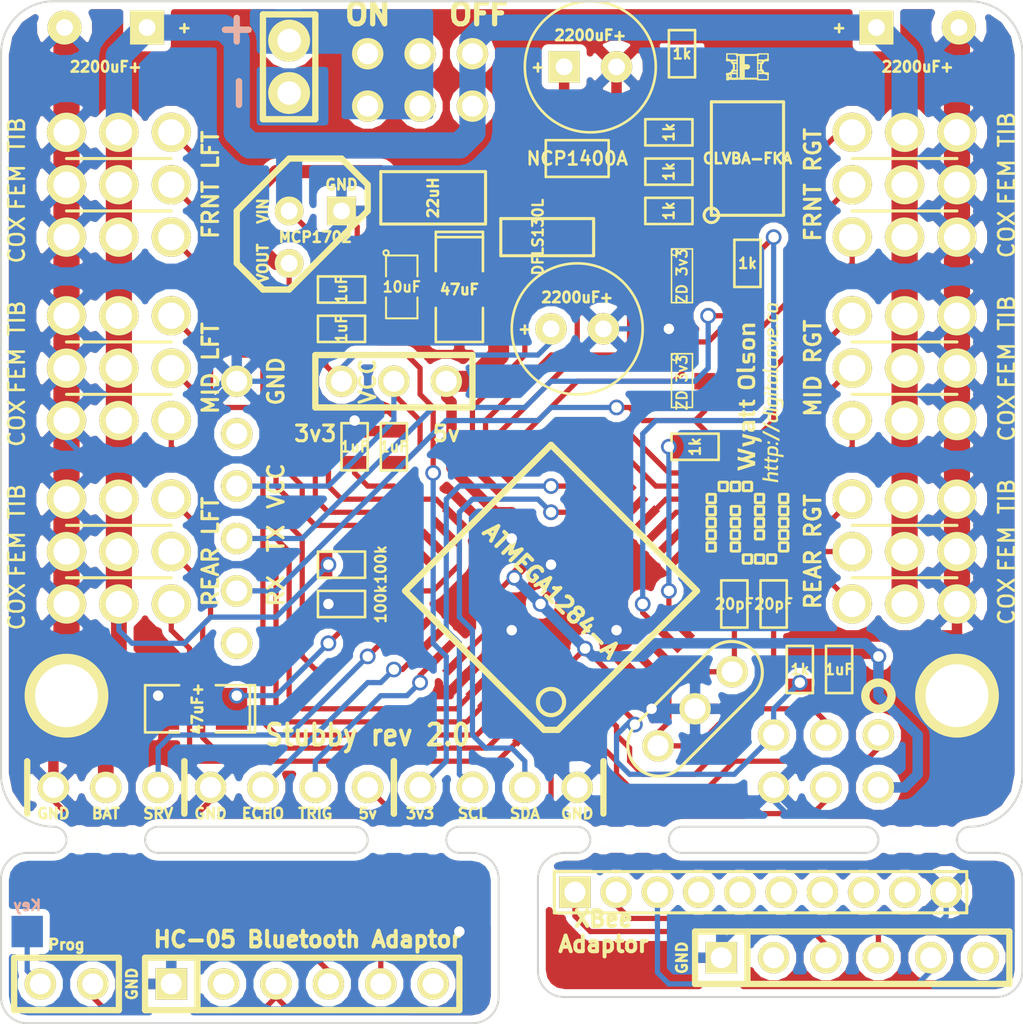
<source format=kicad_pcb>
(kicad_pcb (version 20171130) (host pcbnew "(5.1.12)-1")
  (title_block (title "Stubby Controller") (rev 2.0) (company DigitalCave))
  (layers (0 F.Cu signal) (31 B.Cu signal) (34 B.Paste user hide) (35 F.Paste user hide) (36 B.SilkS user hide) (37 F.SilkS user hide) (38 B.Mask user hide) (39 F.Mask user hide) (44 Edge.Cuts user))
  (net 0 "")
  (net 1 +3.3V)
  (net 2 +5V)
  (net 3 +BATT)
  (net 4 /ADC_BATTERY_METER)
  (net 5 /AREF)
  (net 6 /AVR_RX)
  (net 7 /AVR_TX)
  (net 8 /BATTERY)
  (net 9 /BLUETOOTH_GND)
  (net 10 /DIST_ECHO)
  (net 11 /DIST_SERVO)
  (net 12 /DIST_TRIG)
  (net 13 /I2C_SCL)
  (net 14 /I2C_SDA)
  (net 15 /LED_BL)
  (net 16 /LED_BL_R)
  (net 17 /LED_GR)
  (net 18 /LED_GR_R)
  (net 19 /LED_RD)
  (net 20 /LED_RD_R)
  (net 21 /MISO)
  (net 22 /MOSI)
  (net 23 /PWM00)
  (net 24 /PWM01)
  (net 25 /PWM02)
  (net 26 /PWM03)
  (net 27 /PWM04)
  (net 28 /PWM05)
  (net 29 /PWM06)
  (net 30 /PWM07)
  (net 31 /PWM08)
  (net 32 /PWM09)
  (net 33 /PWM10)
  (net 34 /PWM11)
  (net 35 /PWM12)
  (net 36 /PWM13)
  (net 37 /PWM14)
  (net 38 /PWM15)
  (net 39 /PWM16)
  (net 40 /PWM17)
  (net 41 /RESET)
  (net 42 /SCK)
  (net 43 /XBEE_GND)
  (net 44 /XTAL1)
  (net 45 /XTAL2)
  (net 46 GND)
  (net 47 N-0000010)
  (net 48 N-0000012)
  (net 49 N-0000013)
  (net 50 N-0000017)
  (net 51 N-000002)
  (net 52 N-000003)
  (net 53 N-0000039)
  (net 54 N-000005)
  (net 55 N-000006)
  (net 56 N-000007)
  (net 57 N-000008)
  (net 58 N-000009)
  (module SIL-2 (layer F.Cu) (at 49.53 17.78 270)
    (fp_text reference P1 hide)
    (fp_text value "BATT (4.8V-6V)" hide)
    (pad 1 thru_hole circle (at -1.27 0 270) (size 2.032 2.032) (drill 1.143) (layers *.Cu *.Mask F.SilkS) (net 8 /BATTERY))
    (pad 2 thru_hole circle (at 1.27 0 270) (size 2.032 2.032) (drill 1.143) (layers *.Cu *.Mask F.SilkS) (net 46 GND))
  )
  (module SIL-4 (layer F.Cu) (at 59.69 52.705)
    (fp_text reference P10 hide)
    (fp_text value CONN_4 hide)
    (pad 1 thru_hole circle (at -3.81 0) (size 1.524 1.524) (drill 1.016) (layers *.Cu *.Mask F.SilkS) (net 1 +3.3V))
    (pad 2 thru_hole circle (at -1.27 0) (size 1.524 1.524) (drill 1.016) (layers *.Cu *.Mask F.SilkS) (net 14 /I2C_SDA))
    (pad 3 thru_hole circle (at 1.27 0) (size 1.524 1.524) (drill 1.016) (layers *.Cu *.Mask F.SilkS) (net 13 /I2C_SCL))
    (pad 4 thru_hole circle (at 3.81 0) (size 1.524 1.524) (drill 1.016) (layers *.Cu *.Mask F.SilkS) (net 46 GND))
  )
  (module SIL-4 (layer F.Cu) (at 49.53 52.705 180)
    (fp_text reference P11 hide)
    (fp_text value CONN_4 hide)
    (pad 1 thru_hole circle (at -3.81 0 180) (size 1.524 1.524) (drill 1.016) (layers *.Cu *.Mask F.SilkS) (net 2 +5V))
    (pad 2 thru_hole circle (at -1.27 0 180) (size 1.524 1.524) (drill 1.016) (layers *.Cu *.Mask F.SilkS) (net 12 /DIST_TRIG))
    (pad 3 thru_hole circle (at 1.27 0 180) (size 1.524 1.524) (drill 1.016) (layers *.Cu *.Mask F.SilkS) (net 10 /DIST_ECHO))
    (pad 4 thru_hole circle (at 3.81 0 180) (size 1.524 1.524) (drill 1.016) (layers *.Cu *.Mask F.SilkS) (net 46 GND))
  )
  (module SIL-3 (layer F.Cu) (at 40.64 52.705)
    (fp_text reference S7 hide)
    (fp_text value CONN_3 hide)
    (pad 1 thru_hole circle (at -2.54 0) (size 1.524 1.524) (drill 1.016) (layers *.Cu *.Mask F.SilkS) (net 46 GND))
    (pad 2 thru_hole circle (at 0 0) (size 1.524 1.524) (drill 1.016) (layers *.Cu *.Mask F.SilkS) (net 3 +BATT))
    (pad 3 thru_hole circle (at 2.54 0) (size 1.524 1.524) (drill 1.016) (layers *.Cu *.Mask F.SilkS) (net 11 /DIST_SERVO))
  )
  (module C1V8 (layer F.Cu) (at 40.64 15.875 180)
    (fp_text reference C5 hide)
    (fp_text value 2200uF+ (at 0 -1.905 180) (layer F.SilkS) (effects (font (size 0.508 0.508) (thickness 0.127))))
    (fp_text user + (at -3.81 0 180) (layer F.SilkS) (effects (font (size 0.508 0.508) (thickness 0.127))))
    (pad 1 thru_hole rect (at -2 0 180) (size 1.651 1.651) (drill 0.8128) (layers *.Cu *.Mask F.SilkS) (net 3 +BATT))
    (pad 2 thru_hole circle (at 2 0 180) (size 1.651 1.651) (drill 0.8128) (layers *.Cu *.Mask F.SilkS) (net 46 GND))
  )
  (module SIL-6 (layer F.Cu) (at 46.99 39.37 270)
    (fp_text reference P6 hide)
    (fp_text value CONN_6 hide)
    (fp_text user RX (at 3.81 -1.905 270) (layer F.SilkS) (effects (font (size 0.762 0.762))))
    (fp_text user TX (at 1.27 -1.905 270) (layer F.SilkS) (effects (font (size 0.762 0.762))))
    (fp_text user VCC (at -1.27 -1.905 270) (layer F.SilkS) (effects (font (size 0.762 0.762))))
    (fp_text user GND (at -6.35 -1.905 270) (layer F.SilkS) (effects (font (size 0.762 0.762))))
    (pad 1 thru_hole circle (at -6.35 0 270) (size 1.524 1.524) (drill 1.016) (layers *.Cu *.Mask F.SilkS) (net 46 GND))
    (pad 2 thru_hole circle (at -3.81 0 270) (size 1.524 1.524) (drill 1.016) (layers *.Cu *.Mask F.SilkS))
    (pad 3 thru_hole circle (at -1.27 0 270) (size 1.524 1.524) (drill 1.016) (layers *.Cu *.Mask F.SilkS) (net 50 N-0000017))
    (pad 4 thru_hole circle (at 1.27 0 270) (size 1.524 1.524) (drill 1.016) (layers *.Cu *.Mask F.SilkS) (net 48 N-0000012))
    (pad 5 thru_hole circle (at 3.81 0 270) (size 1.524 1.524) (drill 1.016) (layers *.Cu *.Mask F.SilkS) (net 49 N-0000013))
    (pad 6 thru_hole circle (at 6.35 0 270) (size 1.524 1.524) (drill 1.016) (layers *.Cu *.Mask F.SilkS))
  )
  (module SIL-3 (layer F.Cu) (at 54.61 33.02 180)
    (fp_text reference JP1 hide)
    (fp_text value CONN_3 hide)
    (fp_text user VCC (at 1.27 0 270) (layer F.SilkS) (effects (font (size 0.762 0.762))))
    (fp_text user 3v3 (at 3.81 -2.54 180) (layer F.SilkS) (effects (font (size 0.762 0.762))))
    (fp_text user 5v (at -2.54 -2.54 180) (layer F.SilkS) (effects (font (size 0.762 0.762))))
    (pad 1 thru_hole circle (at -2.54 0 180) (size 1.524 1.524) (drill 1.016) (layers *.Cu *.Mask F.SilkS) (net 2 +5V))
    (pad 2 thru_hole circle (at 0 0 180) (size 1.524 1.524) (drill 1.016) (layers *.Cu *.Mask F.SilkS) (net 50 N-0000017))
    (pad 3 thru_hole circle (at 2.54 0 180) (size 1.524 1.524) (drill 1.016) (layers *.Cu *.Mask F.SilkS) (net 1 +3.3V))
  )
  (module C1V8 (layer F.Cu) (at 80.01 15.875)
    (fp_text reference C4 hide)
    (fp_text value 2200uF+ (at 0 1.905) (layer F.SilkS) (effects (font (size 0.508 0.508) (thickness 0.127))))
    (fp_text user + (at -3.81 0) (layer F.SilkS) (effects (font (size 0.508 0.508) (thickness 0.127))))
    (pad 1 thru_hole rect (at -2 0) (size 1.651 1.651) (drill 0.8128) (layers *.Cu *.Mask F.SilkS) (net 3 +BATT))
    (pad 2 thru_hole circle (at 2 0) (size 1.651 1.651) (drill 0.8128) (layers *.Cu *.Mask F.SilkS) (net 46 GND))
  )
  (module SIL-6 (layer F.Cu) (at 76.835 60.96)
    (fp_text reference P4 hide)
    (fp_text value CONN_6 hide)
    (pad 1 thru_hole rect (at -6.35 0) (size 1.524 1.524) (drill 1.016) (layers *.Cu *.Mask F.SilkS) (net 43 /XBEE_GND))
    (pad 2 thru_hole circle (at -3.81 0) (size 1.524 1.524) (drill 1.016) (layers *.Cu *.Mask F.SilkS))
    (pad 3 thru_hole circle (at -1.27 0) (size 1.524 1.524) (drill 1.016) (layers *.Cu *.Mask F.SilkS) (net 47 N-0000010))
    (pad 4 thru_hole circle (at 1.27 0) (size 1.524 1.524) (drill 1.016) (layers *.Cu *.Mask F.SilkS) (net 58 N-000009))
    (pad 5 thru_hole circle (at 3.81 0) (size 1.524 1.524) (drill 1.016) (layers *.Cu *.Mask F.SilkS) (net 54 N-000005))
    (pad 6 thru_hole circle (at 6.35 0) (size 1.524 1.524) (drill 1.016) (layers *.Cu *.Mask F.SilkS))
  )
  (module SIL-10 (layer F.Cu) (at 72.39 57.785)
    (fp_text reference P3 hide)
    (fp_text value CONN_10 hide)
    (pad 1 thru_hole rect (at -9 0) (size 1.524 1.524) (drill 1.016) (layers *.Cu *.Mask F.SilkS) (net 47 N-0000010))
    (pad 2 thru_hole circle (at -7 0) (size 1.524 1.524) (drill 1.016) (layers *.Cu *.Mask F.SilkS) (net 58 N-000009))
    (pad 3 thru_hole circle (at -5 0) (size 1.524 1.524) (drill 1.016) (layers *.Cu *.Mask F.SilkS) (net 54 N-000005))
    (pad 4 thru_hole circle (at -3 0) (size 1.524 1.524) (drill 1.016) (layers *.Cu *.Mask F.SilkS))
    (pad 5 thru_hole circle (at -1 0) (size 1.524 1.524) (drill 1.016) (layers *.Cu *.Mask F.SilkS))
    (pad 6 thru_hole circle (at 1 0) (size 1.524 1.524) (drill 1.016) (layers *.Cu *.Mask F.SilkS))
    (pad 7 thru_hole circle (at 3 0) (size 1.524 1.524) (drill 1.016) (layers *.Cu *.Mask F.SilkS))
    (pad 8 thru_hole circle (at 5 0) (size 1.524 1.524) (drill 1.016) (layers *.Cu *.Mask F.SilkS))
    (pad 9 thru_hole circle (at 7 0) (size 1.524 1.524) (drill 1.016) (layers *.Cu *.Mask F.SilkS))
    (pad 10 thru_hole circle (at 9 0) (size 1.524 1.524) (drill 1.016) (layers *.Cu *.Mask F.SilkS) (net 43 /XBEE_GND))
  )
  (module SIL-2 (layer F.Cu) (at 38.735 62.23)
    (fp_text reference P9 hide)
    (fp_text value CONN_2 hide)
    (pad 1 thru_hole circle (at -1.27 0) (size 1.524 1.524) (drill 1.016) (layers *.Cu *.Mask F.SilkS) (net 56 N-000007))
    (pad 2 thru_hole circle (at 1.27 0) (size 1.524 1.524) (drill 1.016) (layers *.Cu *.Mask F.SilkS) (net 57 N-000008))
  )
  (module SIL-6 (layer F.Cu) (at 50.165 62.23)
    (fp_text reference P8 hide)
    (fp_text value CONN_6 hide)
    (pad 1 thru_hole rect (at -6.35 0) (size 1.524 1.524) (drill 1.016) (layers *.Cu *.Mask F.SilkS) (net 9 /BLUETOOTH_GND))
    (pad 2 thru_hole circle (at -3.81 0) (size 1.524 1.524) (drill 1.016) (layers *.Cu *.Mask F.SilkS))
    (pad 3 thru_hole circle (at -1.27 0) (size 1.524 1.524) (drill 1.016) (layers *.Cu *.Mask F.SilkS) (net 57 N-000008))
    (pad 4 thru_hole circle (at 1.27 0) (size 1.524 1.524) (drill 1.016) (layers *.Cu *.Mask F.SilkS) (net 52 N-000003))
    (pad 5 thru_hole circle (at 3.81 0) (size 1.524 1.524) (drill 1.016) (layers *.Cu *.Mask F.SilkS) (net 51 N-000002))
    (pad 6 thru_hole circle (at 6.35 0) (size 1.524 1.524) (drill 1.016) (layers *.Cu *.Mask F.SilkS))
  )
  (module SIL-1 (layer B.Cu) (at 36.83 59.69)
    (fp_text reference P7 hide)
    (fp_text value CONN_1 hide)
    (pad 1 smd rect (at 0 0) (size 1.524 1.524) (layers B.Cu B.Paste B.Mask) (net 56 N-000007))
  )
  (module SOT23 (layer F.Cu) (at 68.58 33.02 270)
    (fp_text reference ZD2 hide)
    (fp_text value "ZD 3v3" (at 0.0635 0 270) (layer F.SilkS) (effects (font (size 0.50038 0.50038) (thickness 0.09906))))
    (pad 2 smd rect (at 0 -1.09982 270) (size 0.8001 1.00076) (layers F.Cu F.Paste F.Mask) (net 49 N-0000013))
    (pad 3 smd rect (at 0.9525 1.09982 270) (size 0.8001 1.00076) (layers F.Cu F.Paste F.Mask))
    (pad 1 smd rect (at -0.9525 1.09982 270) (size 0.8001 1.00076) (layers F.Cu F.Paste F.Mask) (net 46 GND))
  )
  (module 1pin (layer F.Cu) (at 81.915 48.26)
    (fp_text reference 1PIN hide)
    (fp_text value P*** hide)
    (pad 1 thru_hole circle (at 0 0) (size 4.064 4.064) (drill 3.048) (layers *.Cu *.Mask F.SilkS) (net 46 GND))
  )
  (module SOT23 (layer F.Cu) (at 68.58 27.94 270)
    (fp_text reference ZD1 hide)
    (fp_text value "ZD 3v3" (at 0 0 270) (layer F.SilkS) (effects (font (size 0.50038 0.50038) (thickness 0.09906))))
    (pad 2 smd rect (at 0 -1.09982 270) (size 0.8001 1.00076) (layers F.Cu F.Paste F.Mask) (net 6 /AVR_RX))
    (pad 3 smd rect (at 0.9525 1.09982 270) (size 0.8001 1.00076) (layers F.Cu F.Paste F.Mask))
    (pad 1 smd rect (at -0.9525 1.09982 270) (size 0.8001 1.00076) (layers F.Cu F.Paste F.Mask) (net 46 GND))
  )
  (module 1pin (layer F.Cu) (at 38.735 48.26)
    (fp_text reference 1PIN hide)
    (fp_text value P*** hide)
    (pad 1 thru_hole circle (at 0 0) (size 4.064 4.064) (drill 3.048) (layers *.Cu *.Mask F.SilkS) (net 46 GND))
  )
  (module DPDT (layer F.Cu) (at 55.88 18.415)
    (fp_text reference SW1 hide)
    (fp_text value DPDT hide)
    (pad 4 thru_hole circle (at -2.54 1.27) (size 1.524 1.524) (drill 1.016) (layers *.Cu *.Mask F.SilkS) (net 8 /BATTERY))
    (pad 1 thru_hole circle (at -2.54 -1.27) (size 1.524 1.524) (drill 1.016) (layers *.Cu *.Mask F.SilkS) (net 8 /BATTERY))
    (pad 5 thru_hole circle (at 0 1.27) (size 1.524 1.524) (drill 1.016) (layers *.Cu *.Mask F.SilkS) (net 8 /BATTERY))
    (pad 2 thru_hole circle (at 0 -1.27) (size 1.524 1.524) (drill 1.016) (layers *.Cu *.Mask F.SilkS) (net 8 /BATTERY))
    (pad 6 thru_hole circle (at 2.54 1.27) (size 1.524 1.524) (drill 1.016) (layers *.Cu *.Mask F.SilkS) (net 3 +BATT))
    (pad 3 thru_hole circle (at 2.54 -1.27) (size 1.524 1.524) (drill 1.016) (layers *.Cu *.Mask F.SilkS) (net 3 +BATT))
  )
  (module DIGITALCAVE_LOGO_WIDE_SMALL (layer F.Cu) (at 71.755 35.56 90)
    (fp_text reference VAL hide)
    (fp_text value DIGITALCAVE_LOGO_WIDE_SMALL hide)
  )
  (module HEX_LEG (layer F.Cu) (at 41.91 30.48 180)
    (fp_text reference S3 hide)
    (fp_text value "MID LFT" (at -3.81 -1.905 270) (layer F.SilkS) (effects (font (size 0.762 0.762))))
    (fp_text user TIB (at 5.588 0.508 270) (layer F.SilkS) (effects (font (size 0.762 0.762) (thickness 0.127))))
    (fp_text user FEM (at 5.588 -2.032 270) (layer F.SilkS) (effects (font (size 0.762 0.762) (thickness 0.127))))
    (fp_text user COX (at 5.588 -4.572 270) (layer F.SilkS) (effects (font (size 0.762 0.762) (thickness 0.127))))
    (pad 1 thru_hole circle (at -1.905 -4.445 90) (size 1.905 1.905) (drill 1.27) (layers *.Cu *.Mask F.SilkS) (net 29 /PWM06))
    (pad 2 thru_hole circle (at -1.905 -1.905 90) (size 1.905 1.905) (drill 1.27) (layers *.Cu *.Mask F.SilkS) (net 30 /PWM07))
    (pad 3 thru_hole circle (at -1.905 0.635 90) (size 1.905 1.905) (drill 1.27) (layers *.Cu *.Mask F.SilkS) (net 31 /PWM08))
    (pad 4 thru_hole circle (at 0.635 -4.445 90) (size 1.905 1.905) (drill 1.27) (layers *.Cu *.Mask F.SilkS) (net 3 +BATT))
    (pad 5 thru_hole circle (at 0.635 -1.905 90) (size 1.905 1.905) (drill 1.27) (layers *.Cu *.Mask F.SilkS) (net 3 +BATT))
    (pad 6 thru_hole circle (at 0.635 0.635 90) (size 1.905 1.905) (drill 1.27) (layers *.Cu *.Mask F.SilkS) (net 3 +BATT))
    (pad 7 thru_hole circle (at 3.175 -4.445 90) (size 1.905 1.905) (drill 1.27) (layers *.Cu *.Mask F.SilkS) (net 46 GND))
    (pad 8 thru_hole circle (at 3.175 -1.905 90) (size 1.905 1.905) (drill 1.27) (layers *.Cu *.Mask F.SilkS) (net 46 GND))
    (pad 9 thru_hole circle (at 3.175 0.635 90) (size 1.905 1.905) (drill 1.27) (layers *.Cu *.Mask F.SilkS) (net 46 GND))
  )
  (module HEX_LEG (layer F.Cu) (at 41.91 21.59 180)
    (fp_text reference S1 hide)
    (fp_text value "FRNT LFT" (at -3.81 -1.905 270) (layer F.SilkS) (effects (font (size 0.762 0.762))))
    (fp_text user TIB (at 5.588 0.508 270) (layer F.SilkS) (effects (font (size 0.762 0.762) (thickness 0.127))))
    (fp_text user FEM (at 5.588 -2.032 270) (layer F.SilkS) (effects (font (size 0.762 0.762) (thickness 0.127))))
    (fp_text user COX (at 5.588 -4.572 270) (layer F.SilkS) (effects (font (size 0.762 0.762) (thickness 0.127))))
    (pad 1 thru_hole circle (at -1.905 -4.445 90) (size 1.905 1.905) (drill 1.27) (layers *.Cu *.Mask F.SilkS) (net 23 /PWM00))
    (pad 2 thru_hole circle (at -1.905 -1.905 90) (size 1.905 1.905) (drill 1.27) (layers *.Cu *.Mask F.SilkS) (net 24 /PWM01))
    (pad 3 thru_hole circle (at -1.905 0.635 90) (size 1.905 1.905) (drill 1.27) (layers *.Cu *.Mask F.SilkS) (net 25 /PWM02))
    (pad 4 thru_hole circle (at 0.635 -4.445 90) (size 1.905 1.905) (drill 1.27) (layers *.Cu *.Mask F.SilkS) (net 3 +BATT))
    (pad 5 thru_hole circle (at 0.635 -1.905 90) (size 1.905 1.905) (drill 1.27) (layers *.Cu *.Mask F.SilkS) (net 3 +BATT))
    (pad 6 thru_hole circle (at 0.635 0.635 90) (size 1.905 1.905) (drill 1.27) (layers *.Cu *.Mask F.SilkS) (net 3 +BATT))
    (pad 7 thru_hole circle (at 3.175 -4.445 90) (size 1.905 1.905) (drill 1.27) (layers *.Cu *.Mask F.SilkS) (net 46 GND))
    (pad 8 thru_hole circle (at 3.175 -1.905 90) (size 1.905 1.905) (drill 1.27) (layers *.Cu *.Mask F.SilkS) (net 46 GND))
    (pad 9 thru_hole circle (at 3.175 0.635 90) (size 1.905 1.905) (drill 1.27) (layers *.Cu *.Mask F.SilkS) (net 46 GND))
  )
  (module HEX_LEG (layer F.Cu) (at 41.91 39.37 180)
    (fp_text reference S5 hide)
    (fp_text value "REAR LFT" (at -3.81 -1.905 270) (layer F.SilkS) (effects (font (size 0.762 0.762))))
    (fp_text user TIB (at 5.588 0.508 270) (layer F.SilkS) (effects (font (size 0.762 0.762) (thickness 0.127))))
    (fp_text user FEM (at 5.588 -2.032 270) (layer F.SilkS) (effects (font (size 0.762 0.762) (thickness 0.127))))
    (fp_text user COX (at 5.588 -4.572 270) (layer F.SilkS) (effects (font (size 0.762 0.762) (thickness 0.127))))
    (pad 1 thru_hole circle (at -1.905 -4.445 90) (size 1.905 1.905) (drill 1.27) (layers *.Cu *.Mask F.SilkS) (net 35 /PWM12))
    (pad 2 thru_hole circle (at -1.905 -1.905 90) (size 1.905 1.905) (drill 1.27) (layers *.Cu *.Mask F.SilkS) (net 36 /PWM13))
    (pad 3 thru_hole circle (at -1.905 0.635 90) (size 1.905 1.905) (drill 1.27) (layers *.Cu *.Mask F.SilkS) (net 37 /PWM14))
    (pad 4 thru_hole circle (at 0.635 -4.445 90) (size 1.905 1.905) (drill 1.27) (layers *.Cu *.Mask F.SilkS) (net 3 +BATT))
    (pad 5 thru_hole circle (at 0.635 -1.905 90) (size 1.905 1.905) (drill 1.27) (layers *.Cu *.Mask F.SilkS) (net 3 +BATT))
    (pad 6 thru_hole circle (at 0.635 0.635 90) (size 1.905 1.905) (drill 1.27) (layers *.Cu *.Mask F.SilkS) (net 3 +BATT))
    (pad 7 thru_hole circle (at 3.175 -4.445 90) (size 1.905 1.905) (drill 1.27) (layers *.Cu *.Mask F.SilkS) (net 46 GND))
    (pad 8 thru_hole circle (at 3.175 -1.905 90) (size 1.905 1.905) (drill 1.27) (layers *.Cu *.Mask F.SilkS) (net 46 GND))
    (pad 9 thru_hole circle (at 3.175 0.635 90) (size 1.905 1.905) (drill 1.27) (layers *.Cu *.Mask F.SilkS) (net 46 GND))
  )
  (module HEX_LEG_REVERSE (layer F.Cu) (at 78.74 25.4)
    (fp_text reference S2 hide)
    (fp_text value "FRNT RGT" (at -3.81 -1.905 90) (layer F.SilkS) (effects (font (size 0.762 0.762))))
    (fp_text user TIB (at 5.588 -4.572 90) (layer F.SilkS) (effects (font (size 0.762 0.762) (thickness 0.127))))
    (fp_text user FEM (at 5.588 -2.032 90) (layer F.SilkS) (effects (font (size 0.762 0.762) (thickness 0.127))))
    (fp_text user COX (at 5.588 0.508 90) (layer F.SilkS) (effects (font (size 0.762 0.762) (thickness 0.127))))
    (pad 1 thru_hole circle (at -1.905 -4.445 270) (size 1.905 1.905) (drill 1.27) (layers *.Cu *.Mask F.SilkS) (net 26 /PWM03))
    (pad 2 thru_hole circle (at -1.905 -1.905 270) (size 1.905 1.905) (drill 1.27) (layers *.Cu *.Mask F.SilkS) (net 27 /PWM04))
    (pad 3 thru_hole circle (at -1.905 0.635 270) (size 1.905 1.905) (drill 1.27) (layers *.Cu *.Mask F.SilkS) (net 28 /PWM05))
    (pad 4 thru_hole circle (at 0.635 -4.445 270) (size 1.905 1.905) (drill 1.27) (layers *.Cu *.Mask F.SilkS) (net 3 +BATT))
    (pad 5 thru_hole circle (at 0.635 -1.905 270) (size 1.905 1.905) (drill 1.27) (layers *.Cu *.Mask F.SilkS) (net 3 +BATT))
    (pad 6 thru_hole circle (at 0.635 0.635 270) (size 1.905 1.905) (drill 1.27) (layers *.Cu *.Mask F.SilkS) (net 3 +BATT))
    (pad 7 thru_hole circle (at 3.175 -4.445 270) (size 1.905 1.905) (drill 1.27) (layers *.Cu *.Mask F.SilkS) (net 46 GND))
    (pad 8 thru_hole circle (at 3.175 -1.905 270) (size 1.905 1.905) (drill 1.27) (layers *.Cu *.Mask F.SilkS) (net 46 GND))
    (pad 9 thru_hole circle (at 3.175 0.635 270) (size 1.905 1.905) (drill 1.27) (layers *.Cu *.Mask F.SilkS) (net 46 GND))
  )
  (module HEX_LEG_REVERSE (layer F.Cu) (at 78.74 34.29)
    (fp_text reference S4 hide)
    (fp_text value "MID RGT" (at -3.81 -1.905 90) (layer F.SilkS) (effects (font (size 0.762 0.762))))
    (fp_text user TIB (at 5.588 -4.572 90) (layer F.SilkS) (effects (font (size 0.762 0.762) (thickness 0.127))))
    (fp_text user FEM (at 5.588 -2.032 90) (layer F.SilkS) (effects (font (size 0.762 0.762) (thickness 0.127))))
    (fp_text user COX (at 5.588 0.508 90) (layer F.SilkS) (effects (font (size 0.762 0.762) (thickness 0.127))))
    (pad 1 thru_hole circle (at -1.905 -4.445 270) (size 1.905 1.905) (drill 1.27) (layers *.Cu *.Mask F.SilkS) (net 32 /PWM09))
    (pad 2 thru_hole circle (at -1.905 -1.905 270) (size 1.905 1.905) (drill 1.27) (layers *.Cu *.Mask F.SilkS) (net 33 /PWM10))
    (pad 3 thru_hole circle (at -1.905 0.635 270) (size 1.905 1.905) (drill 1.27) (layers *.Cu *.Mask F.SilkS) (net 34 /PWM11))
    (pad 4 thru_hole circle (at 0.635 -4.445 270) (size 1.905 1.905) (drill 1.27) (layers *.Cu *.Mask F.SilkS) (net 3 +BATT))
    (pad 5 thru_hole circle (at 0.635 -1.905 270) (size 1.905 1.905) (drill 1.27) (layers *.Cu *.Mask F.SilkS) (net 3 +BATT))
    (pad 6 thru_hole circle (at 0.635 0.635 270) (size 1.905 1.905) (drill 1.27) (layers *.Cu *.Mask F.SilkS) (net 3 +BATT))
    (pad 7 thru_hole circle (at 3.175 -4.445 270) (size 1.905 1.905) (drill 1.27) (layers *.Cu *.Mask F.SilkS) (net 46 GND))
    (pad 8 thru_hole circle (at 3.175 -1.905 270) (size 1.905 1.905) (drill 1.27) (layers *.Cu *.Mask F.SilkS) (net 46 GND))
    (pad 9 thru_hole circle (at 3.175 0.635 270) (size 1.905 1.905) (drill 1.27) (layers *.Cu *.Mask F.SilkS) (net 46 GND))
  )
  (module HEX_LEG_REVERSE (layer F.Cu) (at 78.74 43.18)
    (fp_text reference S6 hide)
    (fp_text value "REAR RGT" (at -3.81 -1.905 90) (layer F.SilkS) (effects (font (size 0.762 0.762))))
    (fp_text user TIB (at 5.588 -4.572 90) (layer F.SilkS) (effects (font (size 0.762 0.762) (thickness 0.127))))
    (fp_text user FEM (at 5.588 -2.032 90) (layer F.SilkS) (effects (font (size 0.762 0.762) (thickness 0.127))))
    (fp_text user COX (at 5.588 0.508 90) (layer F.SilkS) (effects (font (size 0.762 0.762) (thickness 0.127))))
    (pad 1 thru_hole circle (at -1.905 -4.445 270) (size 1.905 1.905) (drill 1.27) (layers *.Cu *.Mask F.SilkS) (net 38 /PWM15))
    (pad 2 thru_hole circle (at -1.905 -1.905 270) (size 1.905 1.905) (drill 1.27) (layers *.Cu *.Mask F.SilkS) (net 39 /PWM16))
    (pad 3 thru_hole circle (at -1.905 0.635 270) (size 1.905 1.905) (drill 1.27) (layers *.Cu *.Mask F.SilkS) (net 40 /PWM17))
    (pad 4 thru_hole circle (at 0.635 -4.445 270) (size 1.905 1.905) (drill 1.27) (layers *.Cu *.Mask F.SilkS) (net 3 +BATT))
    (pad 5 thru_hole circle (at 0.635 -1.905 270) (size 1.905 1.905) (drill 1.27) (layers *.Cu *.Mask F.SilkS) (net 3 +BATT))
    (pad 6 thru_hole circle (at 0.635 0.635 270) (size 1.905 1.905) (drill 1.27) (layers *.Cu *.Mask F.SilkS) (net 3 +BATT))
    (pad 7 thru_hole circle (at 3.175 -4.445 270) (size 1.905 1.905) (drill 1.27) (layers *.Cu *.Mask F.SilkS) (net 46 GND))
    (pad 8 thru_hole circle (at 3.175 -1.905 270) (size 1.905 1.905) (drill 1.27) (layers *.Cu *.Mask F.SilkS) (net 46 GND))
    (pad 9 thru_hole circle (at 3.175 0.635 270) (size 1.905 1.905) (drill 1.27) (layers *.Cu *.Mask F.SilkS) (net 46 GND))
  )
  (module TQFP44 (layer F.Cu) (at 62.23 43.18 135)
    (fp_text reference IC1 hide)
    (fp_text value ATMEGA1284-A (at 0 0 135) (layer F.SilkS) (effects (font (size 0.762 0.762) (thickness 0.1905))))
    (pad 39 smd rect (at 0 -5.715 135) (size 0.4064 1.524) (layers F.Cu F.Paste F.Mask) (net 46 GND))
    (pad 40 smd rect (at -0.8001 -5.715 135) (size 0.4064 1.524) (layers F.Cu F.Paste F.Mask) (net 30 /PWM07))
    (pad 41 smd rect (at -1.6002 -5.715 135) (size 0.4064 1.524) (layers F.Cu F.Paste F.Mask) (net 29 /PWM06))
    (pad 42 smd rect (at -2.4003 -5.715 135) (size 0.4064 1.524) (layers F.Cu F.Paste F.Mask) (net 37 /PWM14))
    (pad 43 smd rect (at -3.2004 -5.715 135) (size 0.4064 1.524) (layers F.Cu F.Paste F.Mask) (net 36 /PWM13))
    (pad 44 smd rect (at -4.0005 -5.715 135) (size 0.4064 1.524) (layers F.Cu F.Paste F.Mask) (net 35 /PWM12))
    (pad 38 smd rect (at 0.8001 -5.715 135) (size 0.4064 1.524) (layers F.Cu F.Paste F.Mask) (net 2 +5V))
    (pad 37 smd rect (at 1.6002 -5.715 135) (size 0.4064 1.524) (layers F.Cu F.Paste F.Mask) (net 12 /DIST_TRIG))
    (pad 36 smd rect (at 2.4003 -5.715 135) (size 0.4064 1.524) (layers F.Cu F.Paste F.Mask) (net 10 /DIST_ECHO))
    (pad 35 smd rect (at 3.2004 -5.715 135) (size 0.4064 1.524) (layers F.Cu F.Paste F.Mask) (net 11 /DIST_SERVO))
    (pad 34 smd rect (at 4.0005 -5.715 135) (size 0.4064 1.524) (layers F.Cu F.Paste F.Mask) (net 31 /PWM08))
    (pad 17 smd rect (at 0 5.715 135) (size 0.4064 1.524) (layers F.Cu F.Paste F.Mask) (net 2 +5V))
    (pad 16 smd rect (at -0.8001 5.715 135) (size 0.4064 1.524) (layers F.Cu F.Paste F.Mask) (net 32 /PWM09))
    (pad 15 smd rect (at -1.6002 5.715 135) (size 0.4064 1.524) (layers F.Cu F.Paste F.Mask) (net 33 /PWM10))
    (pad 14 smd rect (at -2.4003 5.715 135) (size 0.4064 1.524) (layers F.Cu F.Paste F.Mask) (net 34 /PWM11))
    (pad 13 smd rect (at -3.2004 5.715 135) (size 0.4064 1.524) (layers F.Cu F.Paste F.Mask) (net 38 /PWM15))
    (pad 12 smd rect (at -4.0005 5.715 135) (size 0.4064 1.524) (layers F.Cu F.Paste F.Mask) (net 39 /PWM16))
    (pad 18 smd rect (at 0.8001 5.715 135) (size 0.4064 1.524) (layers F.Cu F.Paste F.Mask) (net 46 GND))
    (pad 19 smd rect (at 1.6002 5.715 135) (size 0.4064 1.524) (layers F.Cu F.Paste F.Mask) (net 13 /I2C_SCL))
    (pad 20 smd rect (at 2.4003 5.715 135) (size 0.4064 1.524) (layers F.Cu F.Paste F.Mask) (net 14 /I2C_SDA))
    (pad 21 smd rect (at 3.2004 5.715 135) (size 0.4064 1.524) (layers F.Cu F.Paste F.Mask) (net 28 /PWM05))
    (pad 22 smd rect (at 4.0005 5.715 135) (size 0.4064 1.524) (layers F.Cu F.Paste F.Mask) (net 27 /PWM04))
    (pad 6 smd rect (at -5.715 0 135) (size 1.524 0.4064) (layers F.Cu F.Paste F.Mask) (net 46 GND))
    (pad 28 smd rect (at 5.715 0 135) (size 1.524 0.4064) (layers F.Cu F.Paste F.Mask) (net 46 GND))
    (pad 7 smd rect (at -5.715 0.8001 135) (size 1.524 0.4064) (layers F.Cu F.Paste F.Mask) (net 45 /XTAL2))
    (pad 27 smd rect (at 5.715 0.8001 135) (size 1.524 0.4064) (layers F.Cu F.Paste F.Mask) (net 2 +5V))
    (pad 26 smd rect (at 5.715 1.6002 135) (size 1.524 0.4064) (layers F.Cu F.Paste F.Mask) (net 17 /LED_GR))
    (pad 8 smd rect (at -5.715 1.6002 135) (size 1.524 0.4064) (layers F.Cu F.Paste F.Mask) (net 44 /XTAL1))
    (pad 9 smd rect (at -5.715 2.4003 135) (size 1.524 0.4064) (layers F.Cu F.Paste F.Mask) (net 6 /AVR_RX))
    (pad 25 smd rect (at 5.715 2.4003 135) (size 1.524 0.4064) (layers F.Cu F.Paste F.Mask) (net 15 /LED_BL))
    (pad 24 smd rect (at 5.715 3.2004 135) (size 1.524 0.4064) (layers F.Cu F.Paste F.Mask) (net 19 /LED_RD))
    (pad 10 smd rect (at -5.715 3.2004 135) (size 1.524 0.4064) (layers F.Cu F.Paste F.Mask) (net 7 /AVR_TX))
    (pad 11 smd rect (at -5.715 4.0005 135) (size 1.524 0.4064) (layers F.Cu F.Paste F.Mask) (net 40 /PWM17))
    (pad 23 smd rect (at 5.715 4.0005 135) (size 1.524 0.4064) (layers F.Cu F.Paste F.Mask) (net 26 /PWM03))
    (pad 29 smd rect (at 5.715 -0.8001 135) (size 1.524 0.4064) (layers F.Cu F.Paste F.Mask) (net 5 /AREF))
    (pad 5 smd rect (at -5.715 -0.8001 135) (size 1.524 0.4064) (layers F.Cu F.Paste F.Mask) (net 2 +5V))
    (pad 4 smd rect (at -5.715 -1.6002 135) (size 1.524 0.4064) (layers F.Cu F.Paste F.Mask) (net 41 /RESET))
    (pad 30 smd rect (at 5.715 -1.6002 135) (size 1.524 0.4064) (layers F.Cu F.Paste F.Mask) (net 4 /ADC_BATTERY_METER))
    (pad 31 smd rect (at 5.715 -2.4003 135) (size 1.524 0.4064) (layers F.Cu F.Paste F.Mask) (net 25 /PWM02))
    (pad 3 smd rect (at -5.715 -2.4003 135) (size 1.524 0.4064) (layers F.Cu F.Paste F.Mask) (net 42 /SCK))
    (pad 2 smd rect (at -5.715 -3.2004 135) (size 1.524 0.4064) (layers F.Cu F.Paste F.Mask) (net 21 /MISO))
    (pad 32 smd rect (at 5.715 -3.2004 135) (size 1.524 0.4064) (layers F.Cu F.Paste F.Mask) (net 24 /PWM01))
    (pad 33 smd rect (at 5.715 -4.0005 135) (size 1.524 0.4064) (layers F.Cu F.Paste F.Mask) (net 23 /PWM00))
    (pad 1 smd rect (at -5.715 -4.0005 135) (size 1.524 0.4064) (layers F.Cu F.Paste F.Mask) (net 22 /MOSI))
  )
  (module ISP (layer F.Cu) (at 75.565 51.435 180)
    (fp_text reference P2 hide)
    (fp_text value PROG hide)
    (pad 1 thru_hole circle (at -2.54 1.27 180) (size 1.524 1.524) (drill 1.016) (layers *.Cu *.Mask F.SilkS) (net 21 /MISO))
    (pad 2 thru_hole circle (at -2.54 -1.27 180) (size 1.524 1.524) (drill 1.016) (layers *.Cu *.Mask F.SilkS) (net 2 +5V))
    (pad 3 thru_hole circle (at 0 1.27 180) (size 1.524 1.524) (drill 1.016) (layers *.Cu *.Mask F.SilkS) (net 42 /SCK))
    (pad 4 thru_hole circle (at 0 -1.27 180) (size 1.524 1.524) (drill 1.016) (layers *.Cu *.Mask F.SilkS) (net 22 /MOSI))
    (pad 5 thru_hole circle (at 2.54 1.27 180) (size 1.524 1.524) (drill 1.016) (layers *.Cu *.Mask F.SilkS) (net 41 /RESET))
    (pad 6 thru_hole circle (at 2.54 -1.27 180) (size 1.524 1.524) (drill 1.016) (layers *.Cu *.Mask F.SilkS) (net 46 GND))
  )
  (module TO92 (layer F.Cu) (at 50.8 26.035)
    (fp_text reference VR1 hide)
    (fp_text value MCP1702 (at 0 0) (layer F.SilkS) (effects (font (size 0.508 0.508) (thickness 0.127))))
    (pad 1 thru_hole rect (at 1.27 -1.27) (size 1.397 1.397) (drill 0.8128) (layers *.Cu *.Mask F.SilkS) (net 46 GND))
    (pad 2 thru_hole circle (at -1.27 -1.27) (size 1.397 1.397) (drill 0.8128) (layers *.Cu *.Mask F.SilkS) (net 3 +BATT))
    (pad 3 thru_hole circle (at -1.27 1.27) (size 1.397 1.397) (drill 0.8128) (layers *.Cu *.Mask F.SilkS) (net 1 +3.3V))
  )
  (module CRYSTAL_RESONATOR (layer F.Cu) (at 69.215 48.895 225)
    (fp_text reference X1 hide)
    (fp_text value CRYSTAL_RESONATOR hide)
    (pad 1 thru_hole circle (at -2.54 0 225) (size 1.524 1.524) (drill 1.016) (layers *.Cu *.Mask F.SilkS) (net 44 /XTAL1))
    (pad 2 thru_hole circle (at 2.54 0 225) (size 1.524 1.524) (drill 1.016) (layers *.Cu *.Mask F.SilkS) (net 45 /XTAL2))
    (pad 3 thru_hole circle (at 0 0 225) (size 1.524 1.524) (drill 1.016) (layers *.Cu *.Mask F.SilkS) (net 46 GND))
  )
  (module HC05_Edge (layer F.Cu) (at 54.61 57.785)
    (fp_text reference P5 hide)
    (fp_text value CONN_13 hide)
    (pad 1 smd rect (at -14.5 0) (size 1.1 2.5) (layers F.Cu F.Paste F.Mask) (net 52 N-000003))
    (pad 2 smd rect (at -13 0) (size 1.1 2.5) (layers F.Cu F.Paste F.Mask) (net 51 N-000002))
    (pad 3 smd rect (at -11.5 0) (size 1.1 2.5) (layers F.Cu F.Paste F.Mask))
    (pad 4 smd rect (at -10 0) (size 1.1 2.5) (layers F.Cu F.Paste F.Mask))
    (pad 5 smd rect (at -8.5 0) (size 1.1 2.5) (layers F.Cu F.Paste F.Mask))
    (pad 6 smd rect (at -7 0) (size 1.1 2.5) (layers F.Cu F.Paste F.Mask))
    (pad 7 smd rect (at -5.5 0) (size 1.1 2.5) (layers F.Cu F.Paste F.Mask))
    (pad 8 smd rect (at -4 0) (size 1.1 2.5) (layers F.Cu F.Paste F.Mask))
    (pad 9 smd rect (at -2.5 0) (size 1.1 2.5) (layers F.Cu F.Paste F.Mask))
    (pad 10 smd rect (at -1 0) (size 1.1 2.5) (layers F.Cu F.Paste F.Mask))
    (pad 11 smd rect (at 0.5 0) (size 1.1 2.5) (layers F.Cu F.Paste F.Mask))
    (pad 12 smd rect (at 2 0) (size 1.1 2.5) (layers F.Cu F.Paste F.Mask) (net 57 N-000008))
    (pad 13 smd rect (at 3.5 0) (size 1.1 2.5) (layers F.Cu F.Paste F.Mask) (net 9 /BLUETOOTH_GND))
  )
  (module SM0603_VALUE (layer F.Cu) (at 71.755 27.305 270)
    (fp_text reference R9 hide)
    (fp_text value 1k (at 0 0) (layer F.SilkS) (effects (font (size 0.508 0.508) (thickness 0.1143))))
    (pad 1 smd rect (at -0.762 0 270) (size 0.635 1.143) (layers F.Cu F.Paste F.Mask) (net 6 /AVR_RX))
    (pad 2 smd rect (at 0.762 0 270) (size 0.635 1.143) (layers F.Cu F.Paste F.Mask) (net 48 N-0000012))
  )
  (module SM0603_VALUE (layer F.Cu) (at 68.58 17.145 90)
    (fp_text reference R1 hide)
    (fp_text value 1k (at 0 0 180) (layer F.SilkS) (effects (font (size 0.508 0.508) (thickness 0.1143))))
    (pad 1 smd rect (at -0.762 0 90) (size 0.635 1.143) (layers F.Cu F.Paste F.Mask) (net 53 N-0000039))
    (pad 2 smd rect (at 0.762 0 90) (size 0.635 1.143) (layers F.Cu F.Paste F.Mask) (net 46 GND))
  )
  (module SM0603_VALUE (layer F.Cu) (at 73.025 43.815 270)
    (fp_text reference C11 hide)
    (fp_text value 20pF (at 0 0) (layer F.SilkS) (effects (font (size 0.508 0.508) (thickness 0.1143))))
    (pad 1 smd rect (at -0.762 0 270) (size 0.635 1.143) (layers F.Cu F.Paste F.Mask) (net 46 GND))
    (pad 2 smd rect (at 0.762 0 270) (size 0.635 1.143) (layers F.Cu F.Paste F.Mask) (net 45 /XTAL2))
  )
  (module SM0603_VALUE (layer F.Cu) (at 71.12 43.815 270)
    (fp_text reference C12 hide)
    (fp_text value 20pF (at 0 0) (layer F.SilkS) (effects (font (size 0.508 0.508) (thickness 0.1143))))
    (pad 1 smd rect (at -0.762 0 270) (size 0.635 1.143) (layers F.Cu F.Paste F.Mask) (net 46 GND))
    (pad 2 smd rect (at 0.762 0 270) (size 0.635 1.143) (layers F.Cu F.Paste F.Mask) (net 44 /XTAL1))
  )
  (module SM0603_VALUE (layer F.Cu) (at 69.215 36.195)
    (fp_text reference R8 hide)
    (fp_text value 1k (at 0 0 90) (layer F.SilkS) (effects (font (size 0.508 0.508) (thickness 0.1143))))
    (pad 1 smd rect (at -0.762 0) (size 0.635 1.143) (layers F.Cu F.Paste F.Mask) (net 7 /AVR_TX))
    (pad 2 smd rect (at 0.762 0) (size 0.635 1.143) (layers F.Cu F.Paste F.Mask) (net 49 N-0000013))
  )
  (module SM0603_VALUE (layer F.Cu) (at 74.295 46.99 270)
    (fp_text reference R4 hide)
    (fp_text value 1k (at 0 0) (layer F.SilkS) (effects (font (size 0.508 0.508) (thickness 0.1143))))
    (pad 1 smd rect (at -0.762 0 270) (size 0.635 1.143) (layers F.Cu F.Paste F.Mask) (net 2 +5V))
    (pad 2 smd rect (at 0.762 0 270) (size 0.635 1.143) (layers F.Cu F.Paste F.Mask) (net 41 /RESET))
  )
  (module SM0603_VALUE (layer F.Cu) (at 52.705 36.195 270)
    (fp_text reference C13 hide)
    (fp_text value 1uF (at 0 0) (layer F.SilkS) (effects (font (size 0.508 0.508) (thickness 0.1143))))
    (pad 1 smd rect (at -0.762 0 270) (size 0.635 1.143) (layers F.Cu F.Paste F.Mask) (net 46 GND))
    (pad 2 smd rect (at 0.762 0 270) (size 0.635 1.143) (layers F.Cu F.Paste F.Mask) (net 5 /AREF))
  )
  (module SM0603_VALUE (layer F.Cu) (at 52.07 28.575)
    (fp_text reference C3 hide)
    (fp_text value 1uF (at 0 0 90) (layer F.SilkS) (effects (font (size 0.508 0.508) (thickness 0.1143))))
    (pad 1 smd rect (at -0.762 0) (size 0.635 1.143) (layers F.Cu F.Paste F.Mask) (net 3 +BATT))
    (pad 2 smd rect (at 0.762 0) (size 0.635 1.143) (layers F.Cu F.Paste F.Mask) (net 46 GND))
  )
  (module SM0603_VALUE (layer F.Cu) (at 52.07 30.48)
    (fp_text reference C2 hide)
    (fp_text value 1uF (at 0 0 90) (layer F.SilkS) (effects (font (size 0.508 0.508) (thickness 0.1143))))
    (pad 1 smd rect (at -0.762 0) (size 0.635 1.143) (layers F.Cu F.Paste F.Mask) (net 1 +3.3V))
    (pad 2 smd rect (at 0.762 0) (size 0.635 1.143) (layers F.Cu F.Paste F.Mask) (net 46 GND))
  )
  (module SM0603_VALUE (layer F.Cu) (at 52.07 41.91)
    (fp_text reference R2 hide)
    (fp_text value 100k (at 1.905 0 90) (layer F.SilkS) (effects (font (size 0.508 0.508) (thickness 0.1143))))
    (pad 1 smd rect (at -0.762 0) (size 0.635 1.143) (layers F.Cu F.Paste F.Mask) (net 3 +BATT))
    (pad 2 smd rect (at 0.762 0) (size 0.635 1.143) (layers F.Cu F.Paste F.Mask) (net 4 /ADC_BATTERY_METER))
  )
  (module SM0603_VALUE (layer F.Cu) (at 52.07 43.815)
    (fp_text reference R3 hide)
    (fp_text value 100k (at 1.905 0 90) (layer F.SilkS) (effects (font (size 0.508 0.508) (thickness 0.1143))))
    (pad 1 smd rect (at -0.762 0) (size 0.635 1.143) (layers F.Cu F.Paste F.Mask) (net 46 GND))
    (pad 2 smd rect (at 0.762 0) (size 0.635 1.143) (layers F.Cu F.Paste F.Mask) (net 4 /ADC_BATTERY_METER))
  )
  (module SM0603_VALUE (layer F.Cu) (at 67.945 20.955)
    (fp_text reference R5 hide)
    (fp_text value 1k (at 0 0 90) (layer F.SilkS) (effects (font (size 0.508 0.508) (thickness 0.1143))))
    (pad 1 smd rect (at -0.762 0) (size 0.635 1.143) (layers F.Cu F.Paste F.Mask) (net 17 /LED_GR))
    (pad 2 smd rect (at 0.762 0) (size 0.635 1.143) (layers F.Cu F.Paste F.Mask) (net 18 /LED_GR_R))
  )
  (module SM0603_VALUE (layer F.Cu) (at 67.945 24.765)
    (fp_text reference R7 hide)
    (fp_text value 1k (at 0 0 90) (layer F.SilkS) (effects (font (size 0.508 0.508) (thickness 0.1143))))
    (pad 1 smd rect (at -0.762 0) (size 0.635 1.143) (layers F.Cu F.Paste F.Mask) (net 19 /LED_RD))
    (pad 2 smd rect (at 0.762 0) (size 0.635 1.143) (layers F.Cu F.Paste F.Mask) (net 20 /LED_RD_R))
  )
  (module SM0603_VALUE (layer F.Cu) (at 67.945 22.86)
    (fp_text reference R6 hide)
    (fp_text value 1k (at 0 0 90) (layer F.SilkS) (effects (font (size 0.508 0.508) (thickness 0.1143))))
    (pad 1 smd rect (at -0.762 0) (size 0.635 1.143) (layers F.Cu F.Paste F.Mask) (net 15 /LED_BL))
    (pad 2 smd rect (at 0.762 0) (size 0.635 1.143) (layers F.Cu F.Paste F.Mask) (net 16 /LED_BL_R))
  )
  (module LED-0805-MARKED_ANODE (layer F.Cu) (at 71.755 17.78 180)
    (fp_text reference D2 hide)
    (fp_text value LED hide)
    (pad 1 smd rect (at -1.04902 0 180) (size 1.19888 1.19888) (layers F.Cu F.Paste F.Mask) (net 2 +5V))
    (pad 2 smd rect (at 1.04902 0 180) (size 1.19888 1.19888) (layers F.Cu F.Paste F.Mask) (net 53 N-0000039))
  )
  (module SOT23-5 (layer F.Cu) (at 63.5 22.225)
    (fp_text reference VR2 hide)
    (fp_text value NCP1400A (at 0 0) (layer F.SilkS) (effects (font (size 0.635 0.635) (thickness 0.127))))
    (pad 1 smd rect (at -0.9525 1.27) (size 0.508 0.762) (layers F.Cu F.Paste F.Mask) (net 2 +5V))
    (pad 3 smd rect (at 0.9525 1.27) (size 0.508 0.762) (layers F.Cu F.Paste F.Mask))
    (pad 5 smd rect (at -0.9525 -1.27) (size 0.508 0.762) (layers F.Cu F.Paste F.Mask) (net 55 N-000006))
    (pad 2 smd rect (at 0 1.27) (size 0.508 0.762) (layers F.Cu F.Paste F.Mask) (net 2 +5V))
    (pad 4 smd rect (at 0.9525 -1.27) (size 0.508 0.762) (layers F.Cu F.Paste F.Mask) (net 46 GND))
  )
  (module SM1206POL (layer F.Cu) (at 57.785 28.575 270)
    (fp_text reference C7 hide)
    (fp_text value 47uF (at 0 0 180) (layer F.SilkS) (effects (font (size 0.508 0.508) (thickness 0.127))))
    (pad 1 smd rect (at -1.651 0 270) (size 1.524 2.032) (layers F.Cu F.Paste F.Mask) (net 2 +5V))
    (pad 2 smd rect (at 1.651 0 270) (size 1.524 2.032) (layers F.Cu F.Paste F.Mask) (net 46 GND))
  )
  (module C1V7 (layer F.Cu) (at 63.5 30.48)
    (fp_text reference C1 hide)
    (fp_text value 2200uF+ (at 0 -1.524) (layer F.SilkS) (effects (font (size 0.508 0.508) (thickness 0.127))))
    (fp_text user + (at -2.54 0) (layer F.SilkS) (effects (font (size 0.508 0.508) (thickness 0.127))))
    (pad 1 thru_hole circle (at -1.27 0) (size 1.524 1.524) (drill 0.8128) (layers *.Cu *.Mask F.SilkS) (net 1 +3.3V))
    (pad 2 thru_hole circle (at 1.27 0) (size 1.524 1.524) (drill 0.8128) (layers *.Cu *.Mask F.SilkS) (net 46 GND))
  )
  (module SM0805 (layer F.Cu) (at 54.991 28.448 270)
    (fp_text reference C6 hide)
    (fp_text value 10uF (at 0 0 180) (layer F.SilkS) (effects (font (size 0.50038 0.50038) (thickness 0.10922))))
    (pad 1 smd rect (at -0.9525 0 270) (size 0.889 1.397) (layers F.Cu F.Paste F.Mask) (net 1 +3.3V))
    (pad 2 smd rect (at 0.9525 0 270) (size 0.889 1.397) (layers F.Cu F.Paste F.Mask) (net 46 GND))
  )
  (module POWERDI_123 (layer F.Cu) (at 61.595 26.035)
    (fp_text reference D1 hide)
    (fp_text value DFLS130L (at 0 0 270) (layer F.SilkS) (effects (font (size 0.508 0.508) (thickness 0.1143))))
    (pad 1 smd rect (at -1.15 0) (size 0.9 1.4) (layers F.Cu F.Paste F.Mask) (net 55 N-000006))
    (pad 2 smd rect (at 1.4 0) (size 2.2 1.4) (layers F.Cu F.Paste F.Mask) (net 2 +5V))
  )
  (module SM1007 (layer F.Cu) (at 56.515 24.13)
    (fp_text reference L1 hide)
    (fp_text value 22uH (at 0 0 90) (layer F.SilkS) (effects (font (size 0.508 0.508) (thickness 0.127))))
    (pad 1 smd rect (at -1.524 0) (size 1.778 1.778) (layers F.Cu F.Paste F.Mask) (net 1 +3.3V))
    (pad 2 smd rect (at 1.524 0) (size 1.778 1.778) (layers F.Cu F.Paste F.Mask) (net 55 N-000006))
  )
  (module C1V7 (layer F.Cu) (at 64.135 17.78)
    (fp_text reference C8 hide)
    (fp_text value 2200uF+ (at 0 -1.524) (layer F.SilkS) (effects (font (size 0.508 0.508) (thickness 0.127))))
    (fp_text user + (at -2.54 0) (layer F.SilkS) (effects (font (size 0.508 0.508) (thickness 0.127))))
    (pad 1 thru_hole rect (at -1.27 0) (size 1.524 1.524) (drill 0.8128) (layers *.Cu *.Mask F.SilkS) (net 2 +5V))
    (pad 2 thru_hole circle (at 1.27 0) (size 1.524 1.524) (drill 0.8128) (layers *.Cu *.Mask F.SilkS) (net 46 GND))
  )
  (module 4-PLCC (layer F.Cu) (at 71.755 22.225 90)
    (fp_text reference D3 hide)
    (fp_text value CLVBA-FKA (at 0 0 180) (layer F.SilkS) (effects (font (size 0.508 0.508) (thickness 0.127))))
    (pad 1 smd rect (at -1.5 -0.75 90) (size 1.4 1.1) (layers F.Cu F.Paste F.Mask) (net 20 /LED_RD_R))
    (pad 2 smd rect (at -1.5 0.75 90) (size 1.4 1.1) (layers F.Cu F.Paste F.Mask) (net 2 +5V))
    (pad 3 smd rect (at 1.5 0.75 90) (size 1.4 1.1) (layers F.Cu F.Paste F.Mask) (net 16 /LED_BL_R))
    (pad 4 smd rect (at 1.5 -0.75 90) (size 1.4 1.1) (layers F.Cu F.Paste F.Mask) (net 18 /LED_GR_R))
  )
  (module mouse_bites (layer F.Cu) (at 80.01 55.245)
    (fp_text reference mouse_bites hide)
    (fp_text value VAL** hide)
    (pad "" np_thru_hole circle (at -1.27 0) (size 0.762 0.762) (drill 0.762) (layers *.Cu *.Mask F.SilkS))
    (pad "" np_thru_hole circle (at 0 0) (size 0.762 0.762) (drill 0.762) (layers *.Cu *.Mask F.SilkS))
    (pad "" np_thru_hole circle (at 1.27 0) (size 0.762 0.762) (drill 0.762) (layers *.Cu *.Mask F.SilkS))
  )
  (module mouse_bites (layer F.Cu) (at 66.04 55.245)
    (fp_text reference mouse_bites hide)
    (fp_text value VAL** hide)
    (pad "" np_thru_hole circle (at -1.27 0) (size 0.762 0.762) (drill 0.762) (layers *.Cu *.Mask F.SilkS))
    (pad "" np_thru_hole circle (at 0 0) (size 0.762 0.762) (drill 0.762) (layers *.Cu *.Mask F.SilkS))
    (pad "" np_thru_hole circle (at 1.27 0) (size 0.762 0.762) (drill 0.762) (layers *.Cu *.Mask F.SilkS))
  )
  (module mouse_bites (layer F.Cu) (at 55.245 55.245)
    (fp_text reference mouse_bites hide)
    (fp_text value VAL** hide)
    (pad "" np_thru_hole circle (at -1.27 0) (size 0.762 0.762) (drill 0.762) (layers *.Cu *.Mask F.SilkS))
    (pad "" np_thru_hole circle (at 0 0) (size 0.762 0.762) (drill 0.762) (layers *.Cu *.Mask F.SilkS))
    (pad "" np_thru_hole circle (at 1.27 0) (size 0.762 0.762) (drill 0.762) (layers *.Cu *.Mask F.SilkS))
  )
  (module mouse_bites (layer F.Cu) (at 40.64 55.245)
    (fp_text reference mouse_bites hide)
    (fp_text value VAL** hide)
    (pad "" np_thru_hole circle (at -1.27 0) (size 0.762 0.762) (drill 0.762) (layers *.Cu *.Mask F.SilkS))
    (pad "" np_thru_hole circle (at 0 0) (size 0.762 0.762) (drill 0.762) (layers *.Cu *.Mask F.SilkS))
    (pad "" np_thru_hole circle (at 1.27 0) (size 0.762 0.762) (drill 0.762) (layers *.Cu *.Mask F.SilkS))
  )
  (module SM0603_VALUE (layer F.Cu) (at 76.2 46.99 90)
    (fp_text reference C9 hide)
    (fp_text value 1uF (at 0 0 180) (layer F.SilkS) (effects (font (size 0.508 0.508) (thickness 0.1143))))
    (pad 1 smd rect (at -0.762 0 90) (size 0.635 1.143) (layers F.Cu F.Paste F.Mask) (net 46 GND))
    (pad 2 smd rect (at 0.762 0 90) (size 0.635 1.143) (layers F.Cu F.Paste F.Mask) (net 2 +5V))
  )
  (module SM0603_VALUE (layer F.Cu) (at 54.61 36.195 270)
    (fp_text reference C14 hide)
    (fp_text value 1uF (at 0 0) (layer F.SilkS) (effects (font (size 0.508 0.508) (thickness 0.1143))))
    (pad 1 smd rect (at -0.762 0 270) (size 0.635 1.143) (layers F.Cu F.Paste F.Mask) (net 46 GND))
    (pad 2 smd rect (at 0.762 0 270) (size 0.635 1.143) (layers F.Cu F.Paste F.Mask) (net 50 N-0000017))
  )
  (module SM1206POL (layer F.Cu) (at 45.085 48.895 180)
    (fp_text reference C10 hide)
    (fp_text value 47uF+ (at 0 0 270) (layer F.SilkS) (effects (font (size 0.508 0.508) (thickness 0.127))))
    (pad 1 smd rect (at -1.651 0 180) (size 1.524 2.032) (layers F.Cu F.Paste F.Mask) (net 4 /ADC_BATTERY_METER))
    (pad 2 smd rect (at 1.651 0 180) (size 1.524 2.032) (layers F.Cu F.Paste F.Mask) (net 46 GND))
  )
  (gr_line (start 61.595 61.595) (end 61.595 57.15) (angle 90) (layer Edge.Cuts) (width 0.1))
  (gr_line (start 83.82 62.865) (end 62.865 62.865) (angle 90) (layer Edge.Cuts) (width 0.1))
  (gr_line (start 85.09 57.15) (end 85.09 61.595) (angle 90) (layer Edge.Cuts) (width 0.1))
  (gr_text SDA (at 60.96 53.975) (layer F.SilkS) (effects (font (size 0.508 0.508) (thickness 0.127))))
  (gr_text SRV (at 43.18 53.975) (layer F.SilkS) (effects (font (size 0.508 0.508) (thickness 0.127))))
  (gr_text 3v3 (at 55.88 53.975) (layer F.SilkS) (effects (font (size 0.508 0.508) (thickness 0.127))))
  (gr_text GND (at 45.72 53.975) (layer F.SilkS) (effects (font (size 0.508 0.508) (thickness 0.127))))
  (gr_text VOUT (at 48.26 27.305 90) (layer F.SilkS) (effects (font (size 0.508 0.508) (thickness 0.127))))
  (gr_text VIN (at 48.26 24.765 90) (layer F.SilkS) (effects (font (size 0.508 0.508) (thickness 0.127))))
  (gr_text GND (at 52.07 23.495) (layer F.SilkS) (effects (font (size 0.508 0.508) (thickness 0.127))))
  (gr_text GND (at 41.91 62.23 90) (layer F.SilkS) (effects (font (size 0.508 0.508) (thickness 0.127))))
  (gr_text GND (at 68.58 60.96 90) (layer F.SilkS) (effects (font (size 0.508 0.508) (thickness 0.127))))
  (gr_text "Stubby rev 2.0" (at 48.26 50.165) (layer F.SilkS) (effects (font (size 1.016 0.889) (thickness 0.1905)) (justify left)))
  (gr_text ECHO (at 48.26 53.975) (layer F.SilkS) (effects (font (size 0.508 0.508) (thickness 0.127))))
  (gr_line (start 85.09 17.145) (end 85.09 52.07) (angle 90) (layer Edge.Cuts) (width 0.1))
  (gr_line (start 35.56 52.07) (end 35.56 17.145) (angle 90) (layer Edge.Cuts) (width 0.1))
  (gr_text "XBee\nAdaptor" (at 64.77 59.69) (layer F.SilkS) (effects (font (size 0.762 0.762) (thickness 0.1905))))
  (gr_text "HC-05 Bluetooth Adaptor" (at 50.419 60.071) (layer F.SilkS) (effects (font (size 0.762 0.762) (thickness 0.1905))))
  (gr_line (start 82.55 55.88) (end 83.82 55.88) (angle 90) (layer Edge.Cuts) (width 0.1))
  (gr_line (start 62.865 55.88) (end 63.5 55.88) (angle 90) (layer Edge.Cuts) (width 0.1))
  (gr_line (start 58.42 55.88) (end 57.785 55.88) (angle 90) (layer Edge.Cuts) (width 0.1))
  (gr_line (start 36.83 64.135) (end 58.42 64.135) (angle 90) (layer Edge.Cuts) (width 0.1))
  (gr_line (start 38.1 55.88) (end 36.83 55.88) (angle 90) (layer Edge.Cuts) (width 0.1))
  (gr_line (start 77.47 55.88) (end 68.58 55.88) (angle 90) (layer Edge.Cuts) (width 0.1))
  (gr_line (start 68.58 54.61) (end 77.47 54.61) (angle 90) (layer Edge.Cuts) (width 0.1))
  (gr_arc (start 68.58 55.245) (end 68.58 55.88) (angle 90) (layer Edge.Cuts) (width 0.1))
  (gr_arc (start 68.58 55.245) (end 67.945 55.245) (angle 90) (layer Edge.Cuts) (width 0.1))
  (gr_arc (start 77.47 55.245) (end 78.105 55.245) (angle 90) (layer Edge.Cuts) (width 0.1))
  (gr_arc (start 77.47 55.245) (end 77.47 54.61) (angle 90) (layer Edge.Cuts) (width 0.1))
  (gr_line (start 63.5 54.61) (end 57.785 54.61) (angle 90) (layer Edge.Cuts) (width 0.1))
  (gr_arc (start 83.82 61.595) (end 85.09 61.595) (angle 90) (layer Edge.Cuts) (width 0.1))
  (gr_arc (start 83.82 57.15) (end 83.82 55.88) (angle 90) (layer Edge.Cuts) (width 0.1))
  (gr_arc (start 82.55 55.245) (end 82.55 55.88) (angle 90) (layer Edge.Cuts) (width 0.1))
  (gr_arc (start 82.55 55.245) (end 81.915 55.245) (angle 90) (layer Edge.Cuts) (width 0.1))
  (gr_arc (start 63.5 55.245) (end 63.5 54.61) (angle 90) (layer Edge.Cuts) (width 0.1))
  (gr_arc (start 63.5 55.245) (end 64.135 55.245) (angle 90) (layer Edge.Cuts) (width 0.1))
  (gr_arc (start 62.865 61.595) (end 62.865 62.865) (angle 90) (layer Edge.Cuts) (width 0.1))
  (gr_arc (start 62.865 57.15) (end 61.595 57.15) (angle 90) (layer Edge.Cuts) (width 0.1))
  (gr_line (start 52.705 54.61) (end 43.18 54.61) (angle 90) (layer Edge.Cuts) (width 0.1))
  (gr_line (start 43.18 55.88) (end 52.705 55.88) (angle 90) (layer Edge.Cuts) (width 0.1))
  (gr_line (start 35.56 62.865) (end 35.56 57.15) (angle 90) (layer Edge.Cuts) (width 0.1))
  (gr_line (start 59.69 57.15) (end 59.69 62.865) (angle 90) (layer Edge.Cuts) (width 0.1))
  (gr_arc (start 58.42 57.15) (end 58.42 55.88) (angle 90) (layer Edge.Cuts) (width 0.1))
  (gr_arc (start 58.42 62.865) (end 59.69 62.865) (angle 90) (layer Edge.Cuts) (width 0.1))
  (gr_arc (start 36.83 62.865) (end 36.83 64.135) (angle 90) (layer Edge.Cuts) (width 0.1))
  (gr_arc (start 36.83 57.15) (end 35.56 57.15) (angle 90) (layer Edge.Cuts) (width 0.1))
  (gr_arc (start 57.785 55.245) (end 57.785 55.88) (angle 90) (layer Edge.Cuts) (width 0.1))
  (gr_arc (start 57.785 55.245) (end 57.15 55.245) (angle 90) (layer Edge.Cuts) (width 0.1))
  (gr_arc (start 52.705 55.245) (end 53.34 55.245) (angle 90) (layer Edge.Cuts) (width 0.1))
  (gr_arc (start 52.705 55.245) (end 52.705 54.61) (angle 90) (layer Edge.Cuts) (width 0.1))
  (gr_arc (start 43.18 55.245) (end 42.545 55.245) (angle 90) (layer Edge.Cuts) (width 0.1))
  (gr_arc (start 43.18 55.245) (end 43.18 55.88) (angle 90) (layer Edge.Cuts) (width 0.1))
  (gr_arc (start 38.1 55.245) (end 38.735 55.245) (angle 90) (layer Edge.Cuts) (width 0.1))
  (gr_arc (start 38.1 55.245) (end 38.1 54.61) (angle 90) (layer Edge.Cuts) (width 0.1))
  (gr_text Prog (at 38.735 60.325) (layer F.SilkS) (effects (font (size 0.508 0.508) (thickness 0.127))))
  (gr_text Key (at 36.83 58.42) (layer B.SilkS) (effects (font (size 0.508 0.508) (thickness 0.127)) (justify mirror)))
  (gr_arc (start 82.55 52.07) (end 85.09 52.07) (angle 90) (layer Edge.Cuts) (width 0.1))
  (gr_arc (start 38.1 52.07) (end 38.1 54.61) (angle 90) (layer Edge.Cuts) (width 0.1))
  (gr_arc (start 38.1 17.145) (end 35.56 17.145) (angle 90) (layer Edge.Cuts) (width 0.1))
  (gr_arc (start 82.55 17.145) (end 82.55 14.605) (angle 90) (layer Edge.Cuts) (width 0.1))
  (gr_line (start 38.1 14.605) (end 82.55 14.605) (angle 90) (layer Edge.Cuts) (width 0.1))
  (gr_text - (at 46.99 19.05 90) (layer B.SilkS) (effects (font (size 1.5 1.5) (thickness 0.3)) (justify mirror)))
  (gr_text + (at 46.99 15.875) (layer B.SilkS) (effects (font (size 1.5 1.5) (thickness 0.3)) (justify mirror)))
  (gr_text GND (at 38.1 53.975) (layer F.SilkS) (effects (font (size 0.508 0.508) (thickness 0.127))))
  (gr_text BAT (at 40.64 53.975) (layer F.SilkS) (effects (font (size 0.508 0.508) (thickness 0.127))))
  (gr_text TRIG (at 50.8 53.975) (layer F.SilkS) (effects (font (size 0.508 0.508) (thickness 0.127))))
  (gr_text 5v (at 53.34 53.975) (layer F.SilkS) (effects (font (size 0.508 0.508) (thickness 0.127))))
  (gr_text GND (at 63.5 53.975) (layer F.SilkS) (effects (font (size 0.508 0.508) (thickness 0.127))))
  (gr_text SCL (at 58.42 53.975) (layer F.SilkS) (effects (font (size 0.508 0.508) (thickness 0.127))))
  (gr_text - (at 46.99 19.05 90) (layer F.SilkS) (effects (font (size 1.5 1.5) (thickness 0.3)) (justify mirror)))
  (gr_text + (at 46.99 15.875) (layer F.SilkS) (effects (font (size 1.5 1.5) (thickness 0.3)) (justify mirror)))
  (gr_text "ON\n" (at 53.34 15.24) (layer F.SilkS) (effects (font (size 1.016 1.016) (thickness 0.254))))
  (gr_text OFF (at 57.15 15.24) (layer F.SilkS) (effects (font (size 1.016 1.016) (thickness 0.254)) (justify left)))
  (segment (start 49.53 27.305) (end 49.53 29.845) (width 0.254) (layer F.Cu) (net 1))
  (segment (start 50.165 30.48) (end 51.308 30.48) (width 0.254) (layer F.Cu) (net 1))
  (segment (start 49.53 29.845) (end 50.165 30.48) (width 0.254) (layer F.Cu) (net 1))
  (segment (start 54.991 27.4955) (end 54.991 24.13) (width 1.27) (layer F.Cu) (net 1))
  (segment (start 56.515 37.465) (end 56.515 45.72) (width 0.254) (layer B.Cu) (net 1))
  (segment (start 57.15 46.355) (end 56.515 45.72) (width 0.254) (layer B.Cu) (net 1))
  (segment (start 57.15 46.355) (end 57.15 51.435) (width 0.254) (layer B.Cu) (net 1))
  (segment (start 57.15 51.435) (end 55.88 52.705) (width 0.254) (layer B.Cu) (net 1))
  (segment (start 56.515 37.465) (end 56.515 34.29) (width 0.254) (layer F.Cu) (net 1))
  (via (at 56.515 37.465) (size 0.762) (layers F.Cu B.Cu) (net 1))
  (segment (start 52.07 33.02) (end 52.07 32.385) (width 0.254) (layer F.Cu) (net 1))
  (segment (start 55.88 32.385) (end 55.88 33.655) (width 0.254) (layer F.Cu) (net 1))
  (segment (start 55.245 31.75) (end 55.88 32.385) (width 0.254) (layer F.Cu) (net 1))
  (segment (start 52.705 31.75) (end 55.245 31.75) (width 0.254) (layer F.Cu) (net 1))
  (segment (start 52.07 32.385) (end 52.705 31.75) (width 0.254) (layer F.Cu) (net 1))
  (segment (start 55.88 33.655) (end 56.515 34.29) (width 0.254) (layer F.Cu) (net 1))
  (segment (start 51.308 30.48) (end 51.308 32.258) (width 0.254) (layer F.Cu) (net 1))
  (segment (start 51.308 32.258) (end 52.07 33.02) (width 0.254) (layer F.Cu) (net 1))
  (segment (start 52.07 33.02) (end 52.07 32.385) (width 0.254) (layer B.Cu) (net 1))
  (segment (start 62.23 31.115) (end 62.23 30.48) (width 0.254) (layer B.Cu) (net 1))
  (segment (start 61.595 31.75) (end 62.23 31.115) (width 0.254) (layer B.Cu) (net 1))
  (segment (start 52.705 31.75) (end 61.595 31.75) (width 0.254) (layer B.Cu) (net 1))
  (segment (start 52.07 32.385) (end 52.705 31.75) (width 0.254) (layer B.Cu) (net 1))
  (segment (start 54.991 24.13) (end 54.991 23.876) (width 0.635) (layer F.Cu) (net 1))
  (segment (start 54.991 23.876) (end 53.975 22.86) (width 0.635) (layer F.Cu) (net 1))
  (segment (start 53.975 22.86) (end 48.895 22.86) (width 0.635) (layer F.Cu) (net 1))
  (segment (start 48.895 22.86) (end 47.625 24.13) (width 0.635) (layer F.Cu) (net 1))
  (segment (start 47.625 24.13) (end 47.625 26.035) (width 0.635) (layer F.Cu) (net 1))
  (segment (start 47.625 26.035) (end 48.895 27.305) (width 0.635) (layer F.Cu) (net 1))
  (segment (start 48.895 27.305) (end 49.53 27.305) (width 0.635) (layer F.Cu) (net 1))
  (segment (start 63.5 20.32) (end 63.5 23.495) (width 0.508) (layer F.Cu) (net 2))
  (segment (start 62.865 19.685) (end 63.5 20.32) (width 0.508) (layer F.Cu) (net 2))
  (segment (start 62.865 19.685) (end 62.865 17.78) (width 0.508) (layer F.Cu) (net 2))
  (segment (start 78.105 46.355) (end 78.105 48.26) (width 0.508) (layer B.Cu) (net 2))
  (segment (start 79.375 52.705) (end 78.105 52.705) (width 0.508) (layer B.Cu) (net 2))
  (segment (start 80.01 52.07) (end 79.375 52.705) (width 0.508) (layer B.Cu) (net 2))
  (segment (start 80.01 50.165) (end 80.01 52.07) (width 0.508) (layer B.Cu) (net 2))
  (segment (start 78.105 48.26) (end 80.01 50.165) (width 0.508) (layer B.Cu) (net 2))
  (segment (start 67.31 45.72) (end 77.47 45.72) (width 0.508) (layer B.Cu) (net 2))
  (segment (start 77.978 46.228) (end 76.2 46.228) (width 0.508) (layer F.Cu) (net 2))
  (segment (start 78.105 46.355) (end 77.978 46.228) (width 0.508) (layer F.Cu) (net 2))
  (via (at 78.105 46.355) (size 0.762) (layers F.Cu B.Cu) (net 2))
  (segment (start 77.47 45.72) (end 78.105 46.355) (width 0.508) (layer B.Cu) (net 2))
  (segment (start 74.295 46.228) (end 76.2 46.228) (width 0.508) (layer F.Cu) (net 2))
  (segment (start 64.262 46.355) (end 63.881 45.974) (width 0.508) (layer B.Cu) (net 2))
  (segment (start 66.675 46.355) (end 64.262 46.355) (width 0.508) (layer B.Cu) (net 2))
  (segment (start 67.31 45.72) (end 66.675 46.355) (width 0.508) (layer B.Cu) (net 2))
  (segment (start 59.055 43.815) (end 59.055 45.223488) (width 0.254) (layer F.Cu) (net 2))
  (segment (start 59.055 45.223488) (end 57.623129 46.655359) (width 0.254) (layer F.Cu) (net 2))
  (segment (start 71.755 19.05) (end 67.31 19.05) (width 0.254) (layer F.Cu) (net 2))
  (segment (start 67.31 19.05) (end 65.405 20.955) (width 0.254) (layer F.Cu) (net 2))
  (segment (start 65.405 21.59) (end 64.77 22.225) (width 0.254) (layer F.Cu) (net 2))
  (segment (start 64.135 22.225) (end 64.77 22.225) (width 0.254) (layer F.Cu) (net 2))
  (segment (start 63.5 22.86) (end 64.135 22.225) (width 0.254) (layer F.Cu) (net 2))
  (segment (start 63.5 23.495) (end 63.5 22.86) (width 0.254) (layer F.Cu) (net 2))
  (segment (start 65.405 20.955) (end 65.405 21.59) (width 0.254) (layer F.Cu) (net 2))
  (segment (start 57.15 33.02) (end 58.42 33.02) (width 1.016) (layer F.Cu) (net 2))
  (segment (start 59.69 31.75) (end 59.69 27.94) (width 1.016) (layer F.Cu) (net 2))
  (segment (start 58.42 33.02) (end 59.69 31.75) (width 1.016) (layer F.Cu) (net 2))
  (segment (start 57.15 33.02) (end 57.15 33.782) (width 0.508) (layer F.Cu) (net 2))
  (segment (start 57.404 37.222488) (end 58.754641 38.573129) (width 0.508) (layer F.Cu) (net 2))
  (segment (start 57.404 34.036) (end 57.404 37.222488) (width 0.508) (layer F.Cu) (net 2))
  (segment (start 57.15 33.782) (end 57.404 34.036) (width 0.508) (layer F.Cu) (net 2))
  (segment (start 62.995 26.035) (end 62.995 23.625) (width 1.016) (layer F.Cu) (net 2))
  (segment (start 62.995 23.625) (end 62.865 23.495) (width 0.635) (layer F.Cu) (net 2))
  (segment (start 62.5475 23.495) (end 62.865 23.495) (width 0.635) (layer F.Cu) (net 2))
  (segment (start 62.865 23.495) (end 63.5 23.495) (width 0.635) (layer F.Cu) (net 2))
  (segment (start 72.80402 17.78) (end 72.80402 18.00098) (width 0.254) (layer F.Cu) (net 2))
  (segment (start 72.80402 18.00098) (end 71.755 19.05) (width 0.254) (layer F.Cu) (net 2))
  (segment (start 62.995 26.035) (end 62.995 27.175) (width 1.016) (layer F.Cu) (net 2))
  (segment (start 62.23 27.94) (end 59.69 27.94) (width 1.016) (layer F.Cu) (net 2))
  (segment (start 62.995 27.175) (end 62.23 27.94) (width 1.016) (layer F.Cu) (net 2))
  (segment (start 59.69 27.94) (end 59.944 27.94) (width 0.635) (layer F.Cu) (net 2))
  (segment (start 59.944 27.94) (end 58.801 27.94) (width 1.016) (layer F.Cu) (net 2))
  (segment (start 58.801 27.94) (end 57.785 26.924) (width 1.016) (layer F.Cu) (net 2))
  (segment (start 72.505 23.725) (end 72.795 23.725) (width 0.254) (layer F.Cu) (net 2))
  (segment (start 72.795 23.725) (end 73.66 22.86) (width 0.254) (layer F.Cu) (net 2))
  (segment (start 73.66 22.86) (end 73.66 18.63598) (width 0.254) (layer F.Cu) (net 2))
  (segment (start 73.66 18.63598) (end 72.80402 17.78) (width 0.254) (layer F.Cu) (net 2))
  (segment (start 53.34 52.705) (end 54.61 53.975) (width 0.254) (layer F.Cu) (net 2))
  (segment (start 54.61 53.975) (end 61.595 53.975) (width 0.254) (layer F.Cu) (net 2))
  (segment (start 61.595 53.975) (end 62.23 53.34) (width 0.254) (layer F.Cu) (net 2))
  (segment (start 62.23 53.34) (end 62.23 47.625) (width 0.254) (layer F.Cu) (net 2))
  (segment (start 62.23 47.625) (end 63.881 45.974) (width 0.254) (layer F.Cu) (net 2))
  (segment (start 60.452 42.545) (end 60.325 42.545) (width 0.254) (layer F.Cu) (net 2))
  (segment (start 60.325 42.545) (end 59.055 43.815) (width 0.254) (layer F.Cu) (net 2))
  (segment (start 60.452 42.545) (end 60.452 42.418) (width 0.254) (layer F.Cu) (net 2))
  (segment (start 60.452 42.418) (end 61.595 41.275) (width 0.508) (layer F.Cu) (net 2))
  (segment (start 61.595 41.275) (end 61.595 40.64) (width 0.508) (layer F.Cu) (net 2))
  (segment (start 61.595 40.64) (end 60.325 39.37) (width 0.508) (layer F.Cu) (net 2))
  (segment (start 60.325 39.37) (end 59.551512 39.37) (width 0.508) (layer F.Cu) (net 2))
  (segment (start 59.551512 39.37) (end 58.754641 38.573129) (width 0.508) (layer F.Cu) (net 2))
  (segment (start 63.892488 45.974) (end 65.705359 47.786871) (width 0.254) (layer F.Cu) (net 2))
  (segment (start 63.881 45.974) (end 63.892488 45.974) (width 0.254) (layer F.Cu) (net 2))
  (segment (start 61.722 43.815) (end 61.722 43.688) (width 0.254) (layer F.Cu) (net 2))
  (segment (start 61.722 43.688) (end 66.271115 39.138885) (width 0.254) (layer F.Cu) (net 2))
  (via (at 61.722 43.815) (size 0.762) (layers F.Cu B.Cu) (net 2))
  (segment (start 66.271115 39.265885) (end 66.271115 39.138885) (width 0.254) (layer F.Cu) (net 2))
  (segment (start 63.881 45.974) (end 61.722 43.815) (width 0.508) (layer B.Cu) (net 2))
  (via (at 60.452 42.545) (size 0.762) (layers F.Cu B.Cu) (net 2))
  (segment (start 61.722 43.815) (end 60.452 42.545) (width 0.508) (layer B.Cu) (net 2))
  (via (at 63.881 45.974) (size 0.762) (layers F.Cu B.Cu) (net 2))
  (segment (start 41.275 43.815) (end 41.275 45.085) (width 0.254) (layer B.Cu) (net 3))
  (segment (start 51.435 41.91) (end 51.308 41.91) (width 0.254) (layer F.Cu) (net 3))
  (via (at 51.435 41.91) (size 0.762) (layers F.Cu B.Cu) (net 3))
  (segment (start 48.895 44.45) (end 51.435 41.91) (width 0.254) (layer B.Cu) (net 3))
  (segment (start 45.72 44.45) (end 48.895 44.45) (width 0.254) (layer B.Cu) (net 3))
  (segment (start 44.45 45.72) (end 45.72 44.45) (width 0.254) (layer B.Cu) (net 3))
  (segment (start 41.91 45.72) (end 44.45 45.72) (width 0.254) (layer B.Cu) (net 3))
  (segment (start 41.275 45.085) (end 41.91 45.72) (width 0.254) (layer B.Cu) (net 3))
  (segment (start 51.308 28.575) (end 51.308 26.543) (width 0.254) (layer F.Cu) (net 3))
  (segment (start 51.308 26.543) (end 49.53 24.765) (width 0.254) (layer F.Cu) (net 3))
  (segment (start 42.64 15.875) (end 46.355 15.875) (width 1.27) (layer B.Cu) (net 3))
  (segment (start 47.625 21.59) (end 49.53 21.59) (width 1.27) (layer B.Cu) (net 3))
  (segment (start 46.99 20.955) (end 47.625 21.59) (width 1.27) (layer B.Cu) (net 3))
  (segment (start 46.99 16.51) (end 46.99 20.955) (width 1.27) (layer B.Cu) (net 3))
  (segment (start 46.355 15.875) (end 46.99 16.51) (width 1.27) (layer B.Cu) (net 3))
  (segment (start 41.275 20.955) (end 41.275 17.24) (width 1.27) (layer B.Cu) (net 3))
  (segment (start 41.275 17.24) (end 42.64 15.875) (width 1.27) (layer B.Cu) (net 3))
  (segment (start 79.375 20.955) (end 79.375 17.24) (width 1.27) (layer B.Cu) (net 3))
  (segment (start 79.375 17.24) (end 78.01 15.875) (width 1.27) (layer B.Cu) (net 3))
  (segment (start 59.055 15.875) (end 78.01 15.875) (width 1.27) (layer B.Cu) (net 3))
  (segment (start 49.53 24.765) (end 49.53 21.59) (width 1.27) (layer B.Cu) (net 3))
  (segment (start 58.42 16.51) (end 58.42 17.145) (width 1.27) (layer B.Cu) (net 3))
  (segment (start 59.055 15.875) (end 58.42 16.51) (width 1.27) (layer B.Cu) (net 3))
  (segment (start 58.42 20.955) (end 58.42 19.685) (width 1.27) (layer B.Cu) (net 3))
  (segment (start 57.785 21.59) (end 58.42 20.955) (width 1.27) (layer B.Cu) (net 3))
  (segment (start 49.53 21.59) (end 57.785 21.59) (width 1.27) (layer B.Cu) (net 3))
  (segment (start 58.42 17.145) (end 58.42 19.685) (width 1.27) (layer B.Cu) (net 3))
  (segment (start 41.275 43.815) (end 41.275 46.355) (width 0.762) (layer F.Cu) (net 3))
  (segment (start 40.64 51.435) (end 40.64 52.705) (width 0.762) (layer F.Cu) (net 3))
  (segment (start 41.91 50.165) (end 40.64 51.435) (width 0.762) (layer F.Cu) (net 3))
  (segment (start 41.91 46.99) (end 41.91 50.165) (width 0.762) (layer F.Cu) (net 3))
  (segment (start 41.275 46.355) (end 41.91 46.99) (width 0.762) (layer F.Cu) (net 3))
  (segment (start 41.275 43.815) (end 41.275 41.275) (width 1.27) (layer F.Cu) (net 3))
  (segment (start 41.275 41.275) (end 41.275 38.735) (width 1.27) (layer F.Cu) (net 3))
  (segment (start 41.275 38.735) (end 41.275 34.925) (width 1.27) (layer F.Cu) (net 3))
  (segment (start 41.275 34.925) (end 41.275 32.385) (width 1.27) (layer F.Cu) (net 3))
  (segment (start 41.275 32.385) (end 41.275 29.845) (width 1.27) (layer F.Cu) (net 3))
  (segment (start 41.275 29.845) (end 41.275 26.035) (width 1.27) (layer F.Cu) (net 3))
  (segment (start 41.275 26.035) (end 41.275 23.495) (width 1.27) (layer F.Cu) (net 3))
  (segment (start 41.275 23.495) (end 41.275 20.955) (width 1.27) (layer F.Cu) (net 3))
  (segment (start 79.375 23.495) (end 79.375 26.035) (width 1.27) (layer F.Cu) (net 3))
  (segment (start 79.375 26.035) (end 79.375 29.845) (width 1.27) (layer F.Cu) (net 3))
  (segment (start 79.375 29.845) (end 79.375 32.385) (width 1.27) (layer F.Cu) (net 3))
  (segment (start 79.375 32.385) (end 79.375 34.925) (width 1.27) (layer F.Cu) (net 3))
  (segment (start 79.375 34.925) (end 79.375 38.735) (width 1.27) (layer F.Cu) (net 3))
  (segment (start 79.375 38.735) (end 79.375 41.275) (width 1.27) (layer F.Cu) (net 3))
  (segment (start 79.375 41.275) (end 79.375 43.815) (width 1.27) (layer F.Cu) (net 3))
  (segment (start 79.375 20.955) (end 79.375 23.495) (width 1.27) (layer F.Cu) (net 3))
  (segment (start 51.435 45.72) (end 48.895 48.26) (width 0.254) (layer B.Cu) (net 4))
  (segment (start 46.99 48.26) (end 46.736 48.26) (width 0.254) (layer F.Cu) (net 4))
  (via (at 46.99 48.26) (size 0.762) (layers F.Cu B.Cu) (net 4))
  (segment (start 48.895 48.26) (end 46.99 48.26) (width 0.254) (layer B.Cu) (net 4))
  (segment (start 52.832 41.91) (end 52.832 43.815) (width 0.254) (layer F.Cu) (net 4))
  (segment (start 52.832 43.815) (end 53.975 43.815) (width 0.254) (layer F.Cu) (net 4))
  (segment (start 57.785 40.998025) (end 57.057372 40.270397) (width 0.254) (layer F.Cu) (net 4))
  (segment (start 57.785 41.91) (end 57.785 40.998025) (width 0.254) (layer F.Cu) (net 4))
  (segment (start 56.515 43.18) (end 57.785 41.91) (width 0.254) (layer F.Cu) (net 4))
  (segment (start 54.61 43.18) (end 56.515 43.18) (width 0.254) (layer F.Cu) (net 4))
  (segment (start 53.975 43.815) (end 54.61 43.18) (width 0.254) (layer F.Cu) (net 4))
  (segment (start 52.832 44.323) (end 52.832 43.815) (width 0.254) (layer F.Cu) (net 4))
  (segment (start 51.435 45.72) (end 52.832 44.323) (width 0.254) (layer F.Cu) (net 4))
  (via (at 51.435 45.72) (size 0.762) (layers F.Cu B.Cu) (net 4))
  (segment (start 54.61 38.1) (end 53.34 38.1) (width 0.254) (layer F.Cu) (net 5))
  (segment (start 52.705 37.465) (end 52.705 36.957) (width 0.254) (layer F.Cu) (net 5))
  (segment (start 53.34 38.1) (end 52.705 37.465) (width 0.254) (layer F.Cu) (net 5))
  (segment (start 56.653488 38.735) (end 57.623129 39.704641) (width 0.254) (layer F.Cu) (net 5))
  (segment (start 55.245 38.735) (end 56.653488 38.735) (width 0.254) (layer F.Cu) (net 5))
  (segment (start 54.61 38.1) (end 55.245 38.735) (width 0.254) (layer F.Cu) (net 5))
  (segment (start 73.025 26.035) (end 72.39 26.67) (width 0.254) (layer F.Cu) (net 6))
  (segment (start 66.675 35.56) (end 67.31 34.925) (width 0.254) (layer B.Cu) (net 6))
  (via (at 66.675 43.815) (size 0.762) (layers F.Cu B.Cu) (net 6))
  (segment (start 66.675 43.815) (end 66.675 35.56) (width 0.254) (layer B.Cu) (net 6))
  (via (at 73.025 26.035) (size 0.762) (layers F.Cu B.Cu) (net 6))
  (segment (start 72.39 34.925) (end 73.025 34.29) (width 0.254) (layer B.Cu) (net 6))
  (segment (start 73.025 34.29) (end 73.025 26.035) (width 0.254) (layer B.Cu) (net 6))
  (segment (start 67.31 34.925) (end 72.39 34.925) (width 0.254) (layer B.Cu) (net 6))
  (segment (start 67.968384 45.523847) (end 66.675 44.230463) (width 0.254) (layer F.Cu) (net 6))
  (segment (start 66.675 43.815) (end 66.675 44.230463) (width 0.254) (layer F.Cu) (net 6))
  (segment (start 71.882 26.67) (end 71.755 26.543) (width 0.254) (layer F.Cu) (net 6))
  (segment (start 72.39 26.67) (end 71.882 26.67) (width 0.254) (layer F.Cu) (net 6))
  (segment (start 69.67982 27.94) (end 69.67982 27.47518) (width 0.254) (layer F.Cu) (net 6))
  (segment (start 70.612 26.543) (end 71.755 26.543) (width 0.254) (layer F.Cu) (net 6))
  (segment (start 69.67982 27.47518) (end 70.612 26.543) (width 0.254) (layer F.Cu) (net 6))
  (segment (start 68.453 36.195) (end 67.945 36.195) (width 0.254) (layer F.Cu) (net 7))
  (segment (start 67.945 43.18) (end 67.945 44.368951) (width 0.254) (layer F.Cu) (net 7))
  (segment (start 67.945 44.368951) (end 68.53414 44.958091) (width 0.254) (layer F.Cu) (net 7))
  (via (at 67.945 36.195) (size 0.762) (layers F.Cu B.Cu) (net 7))
  (via (at 67.945 43.18) (size 0.762) (layers F.Cu B.Cu) (net 7))
  (segment (start 67.945 43.18) (end 67.945 36.195) (width 0.254) (layer B.Cu) (net 7))
  (segment (start 53.34 19.685) (end 53.34 17.145) (width 1.27) (layer B.Cu) (net 8))
  (segment (start 55.88 19.685) (end 53.34 19.685) (width 1.27) (layer B.Cu) (net 8))
  (segment (start 55.88 17.145) (end 55.88 19.685) (width 1.27) (layer B.Cu) (net 8))
  (segment (start 53.34 17.145) (end 55.88 17.145) (width 1.27) (layer B.Cu) (net 8))
  (segment (start 49.53 16.51) (end 52.705 16.51) (width 1.27) (layer B.Cu) (net 8))
  (segment (start 52.705 16.51) (end 53.34 17.145) (width 1.27) (layer B.Cu) (net 8))
  (segment (start 43.815 62.23) (end 43.815 60.325) (width 0.254) (layer B.Cu) (net 9))
  (segment (start 58.11 59.365) (end 58.11 57.785) (width 0.254) (layer F.Cu) (net 9))
  (segment (start 57.785 59.69) (end 58.11 59.365) (width 0.254) (layer F.Cu) (net 9))
  (via (at 57.785 59.69) (size 0.762) (layers F.Cu B.Cu) (net 9))
  (segment (start 44.45 59.69) (end 57.785 59.69) (width 0.254) (layer B.Cu) (net 9))
  (segment (start 43.815 60.325) (end 44.45 59.69) (width 0.254) (layer B.Cu) (net 9))
  (via (at 54.61 46.99) (size 0.762) (layers F.Cu B.Cu) (net 10))
  (segment (start 53.34 47.625) (end 53.975 47.625) (width 0.254) (layer B.Cu) (net 10))
  (segment (start 53.975 47.625) (end 54.61 46.99) (width 0.254) (layer B.Cu) (net 10))
  (segment (start 54.61 46.99) (end 55.025463 46.99) (width 0.254) (layer F.Cu) (net 10))
  (segment (start 55.025463 46.99) (end 56.491616 45.523847) (width 0.254) (layer F.Cu) (net 10))
  (segment (start 48.26 52.705) (end 53.34 47.625) (width 0.254) (layer B.Cu) (net 10))
  (segment (start 53.975 45.72) (end 55.163951 45.72) (width 0.254) (layer F.Cu) (net 11))
  (segment (start 55.163951 45.72) (end 55.92586 44.958091) (width 0.254) (layer F.Cu) (net 11))
  (segment (start 53.34 46.355) (end 53.975 45.72) (width 0.254) (layer F.Cu) (net 11))
  (segment (start 49.53 50.165) (end 53.34 46.355) (width 0.254) (layer B.Cu) (net 11))
  (via (at 53.34 46.355) (size 0.762) (layers F.Cu B.Cu) (net 11))
  (segment (start 43.815 50.165) (end 49.53 50.165) (width 0.254) (layer B.Cu) (net 11))
  (segment (start 43.18 50.8) (end 43.18 52.705) (width 0.254) (layer B.Cu) (net 11))
  (segment (start 43.815 50.165) (end 43.18 50.8) (width 0.254) (layer B.Cu) (net 11))
  (segment (start 55.88 47.625) (end 55.88 47.266975) (width 0.254) (layer F.Cu) (net 12))
  (segment (start 55.88 47.266975) (end 57.057372 46.089603) (width 0.254) (layer F.Cu) (net 12))
  (segment (start 50.8 52.705) (end 50.8 51.435) (width 0.254) (layer B.Cu) (net 12))
  (via (at 55.88 47.625) (size 0.762) (layers F.Cu B.Cu) (net 12))
  (segment (start 55.245 48.26) (end 55.88 47.625) (width 0.254) (layer B.Cu) (net 12))
  (segment (start 53.975 48.26) (end 55.245 48.26) (width 0.254) (layer B.Cu) (net 12))
  (segment (start 50.8 51.435) (end 53.975 48.26) (width 0.254) (layer B.Cu) (net 12))
  (segment (start 62.23 39.37) (end 63.776975 39.37) (width 0.254) (layer F.Cu) (net 13))
  (segment (start 63.776975 39.37) (end 65.139603 38.007372) (width 0.254) (layer F.Cu) (net 13))
  (segment (start 60.96 52.705) (end 60.96 51.435) (width 0.254) (layer B.Cu) (net 13))
  (via (at 62.23 39.37) (size 0.762) (layers F.Cu B.Cu) (net 13))
  (segment (start 61.595 38.735) (end 62.23 39.37) (width 0.254) (layer B.Cu) (net 13))
  (segment (start 58.42 38.735) (end 61.595 38.735) (width 0.254) (layer B.Cu) (net 13))
  (segment (start 57.785 39.37) (end 58.42 38.735) (width 0.254) (layer B.Cu) (net 13))
  (segment (start 57.785 44.45) (end 57.785 39.37) (width 0.254) (layer B.Cu) (net 13))
  (segment (start 58.42 45.085) (end 57.785 44.45) (width 0.254) (layer B.Cu) (net 13))
  (segment (start 58.42 50.165) (end 58.42 45.085) (width 0.254) (layer B.Cu) (net 13))
  (segment (start 59.055 50.8) (end 58.42 50.165) (width 0.254) (layer B.Cu) (net 13))
  (segment (start 60.325 50.8) (end 59.055 50.8) (width 0.254) (layer B.Cu) (net 13))
  (segment (start 60.96 51.435) (end 60.325 50.8) (width 0.254) (layer B.Cu) (net 13))
  (segment (start 62.23 38.1) (end 57.785 38.1) (width 0.254) (layer B.Cu) (net 14))
  (segment (start 57.785 52.07) (end 58.42 52.705) (width 0.254) (layer B.Cu) (net 14))
  (segment (start 57.785 45.72) (end 57.785 52.07) (width 0.254) (layer B.Cu) (net 14))
  (segment (start 57.15 45.085) (end 57.785 45.72) (width 0.254) (layer B.Cu) (net 14))
  (segment (start 57.15 38.735) (end 57.15 45.085) (width 0.254) (layer B.Cu) (net 14))
  (segment (start 57.785 38.1) (end 57.15 38.735) (width 0.254) (layer B.Cu) (net 14))
  (segment (start 64.539384 37.441616) (end 64.573847 37.441616) (width 0.254) (layer F.Cu) (net 14))
  (segment (start 63.881 38.1) (end 64.539384 37.441616) (width 0.254) (layer F.Cu) (net 14))
  (segment (start 62.23 38.1) (end 63.881 38.1) (width 0.254) (layer F.Cu) (net 14))
  (via (at 62.23 38.1) (size 0.762) (layers F.Cu B.Cu) (net 14))
  (segment (start 66.04 24.765) (end 66.04 23.495) (width 0.254) (layer F.Cu) (net 15))
  (segment (start 66.675 22.86) (end 67.183 22.86) (width 0.254) (layer F.Cu) (net 15))
  (segment (start 66.04 23.495) (end 66.675 22.86) (width 0.254) (layer F.Cu) (net 15))
  (segment (start 59.055 34.925) (end 62.23 31.75) (width 0.254) (layer F.Cu) (net 15))
  (segment (start 65.405 25.4) (end 66.04 24.765) (width 0.254) (layer F.Cu) (net 15))
  (segment (start 65.405 27.94) (end 65.405 25.4) (width 0.254) (layer F.Cu) (net 15))
  (segment (start 63.5 29.845) (end 65.405 27.94) (width 0.254) (layer F.Cu) (net 15))
  (segment (start 63.5 31.115) (end 63.5 29.845) (width 0.254) (layer F.Cu) (net 15))
  (segment (start 62.865 31.75) (end 63.5 31.115) (width 0.254) (layer F.Cu) (net 15))
  (segment (start 62.23 31.75) (end 62.865 31.75) (width 0.254) (layer F.Cu) (net 15))
  (segment (start 59.055 36.610463) (end 59.886153 37.441616) (width 0.254) (layer F.Cu) (net 15))
  (segment (start 59.055 34.925) (end 59.055 36.610463) (width 0.254) (layer F.Cu) (net 15))
  (segment (start 68.707 22.86) (end 69.215 22.86) (width 0.254) (layer F.Cu) (net 16))
  (segment (start 72.505 21.475) (end 72.505 20.725) (width 0.254) (layer F.Cu) (net 16))
  (segment (start 71.755 22.225) (end 72.505 21.475) (width 0.254) (layer F.Cu) (net 16))
  (segment (start 69.85 22.225) (end 71.755 22.225) (width 0.254) (layer F.Cu) (net 16))
  (segment (start 69.215 22.86) (end 69.85 22.225) (width 0.254) (layer F.Cu) (net 16))
  (segment (start 65.405 22.86) (end 66.04 22.225) (width 0.254) (layer F.Cu) (net 17))
  (segment (start 66.675 20.955) (end 67.183 20.955) (width 0.254) (layer F.Cu) (net 17))
  (segment (start 66.04 21.59) (end 66.675 20.955) (width 0.254) (layer F.Cu) (net 17))
  (segment (start 66.04 22.225) (end 66.04 21.59) (width 0.254) (layer F.Cu) (net 17))
  (segment (start 60.96 29.845) (end 61.595 29.21) (width 0.254) (layer F.Cu) (net 17))
  (segment (start 58.42 34.29) (end 60.96 31.75) (width 0.254) (layer F.Cu) (net 17))
  (segment (start 62.865 29.21) (end 64.77 27.305) (width 0.254) (layer F.Cu) (net 17))
  (segment (start 61.595 29.21) (end 62.865 29.21) (width 0.254) (layer F.Cu) (net 17))
  (segment (start 60.96 31.75) (end 60.96 29.845) (width 0.254) (layer F.Cu) (net 17))
  (segment (start 64.77 27.305) (end 64.77 24.765) (width 0.254) (layer F.Cu) (net 17))
  (segment (start 64.77 24.765) (end 65.405 24.13) (width 0.254) (layer F.Cu) (net 17))
  (segment (start 65.405 24.13) (end 65.405 22.86) (width 0.254) (layer F.Cu) (net 17))
  (segment (start 58.42 37.106975) (end 59.320397 38.007372) (width 0.254) (layer F.Cu) (net 17))
  (segment (start 58.42 34.29) (end 58.42 37.106975) (width 0.254) (layer F.Cu) (net 17))
  (segment (start 68.707 20.955) (end 70.775 20.955) (width 0.254) (layer F.Cu) (net 18))
  (segment (start 70.775 20.955) (end 71.005 20.725) (width 0.254) (layer F.Cu) (net 18))
  (segment (start 63.5 32.385) (end 64.135 31.75) (width 0.254) (layer F.Cu) (net 19))
  (segment (start 62.865 32.385) (end 59.69 35.56) (width 0.254) (layer F.Cu) (net 19))
  (segment (start 59.69 35.56) (end 59.69 36.113951) (width 0.254) (layer F.Cu) (net 19))
  (segment (start 60.451909 36.87586) (end 59.69 36.113951) (width 0.254) (layer F.Cu) (net 19))
  (segment (start 62.865 32.385) (end 63.5 32.385) (width 0.254) (layer F.Cu) (net 19))
  (segment (start 67.183 24.892) (end 67.183 24.765) (width 0.254) (layer F.Cu) (net 19))
  (segment (start 66.04 26.035) (end 67.183 24.892) (width 0.254) (layer F.Cu) (net 19))
  (segment (start 66.04 31.115) (end 66.04 26.035) (width 0.254) (layer F.Cu) (net 19))
  (segment (start 65.405 31.75) (end 66.04 31.115) (width 0.254) (layer F.Cu) (net 19))
  (segment (start 64.135 31.75) (end 65.405 31.75) (width 0.254) (layer F.Cu) (net 19))
  (segment (start 68.707 24.765) (end 69.215 24.765) (width 0.254) (layer F.Cu) (net 20))
  (segment (start 70.255 23.725) (end 71.005 23.725) (width 0.254) (layer F.Cu) (net 20))
  (segment (start 69.215 24.765) (end 70.255 23.725) (width 0.254) (layer F.Cu) (net 20))
  (segment (start 66.04 52.705) (end 69.85 52.705) (width 0.254) (layer F.Cu) (net 21))
  (segment (start 71.12 51.435) (end 77.47 51.435) (width 0.254) (layer F.Cu) (net 21))
  (segment (start 69.85 52.705) (end 71.12 51.435) (width 0.254) (layer F.Cu) (net 21))
  (segment (start 64.77 50.8) (end 65.405 51.435) (width 0.254) (layer F.Cu) (net 21))
  (segment (start 65.405 51.435) (end 65.405 52.07) (width 0.254) (layer F.Cu) (net 21))
  (segment (start 65.405 52.07) (end 66.04 52.705) (width 0.254) (layer F.Cu) (net 21))
  (segment (start 64.77 50.246049) (end 64.77 50.8) (width 0.254) (layer F.Cu) (net 21))
  (segment (start 78.105 50.8) (end 78.105 50.165) (width 0.254) (layer F.Cu) (net 21))
  (segment (start 77.47 51.435) (end 78.105 50.8) (width 0.254) (layer F.Cu) (net 21))
  (segment (start 64.77 50.246049) (end 64.008091 49.48414) (width 0.254) (layer F.Cu) (net 21))
  (segment (start 64.77 52.705) (end 64.77 52.07) (width 0.254) (layer F.Cu) (net 22))
  (segment (start 64.77 52.07) (end 64.135 51.435) (width 0.254) (layer F.Cu) (net 22))
  (segment (start 64.135 51.435) (end 64.135 50.742561) (width 0.254) (layer F.Cu) (net 22))
  (segment (start 64.135 50.742561) (end 63.442335 50.049896) (width 0.254) (layer F.Cu) (net 22))
  (segment (start 72.39 53.975) (end 71.755 53.34) (width 0.254) (layer F.Cu) (net 22))
  (segment (start 65.405 53.34) (end 64.77 52.705) (width 0.254) (layer F.Cu) (net 22))
  (segment (start 71.755 53.34) (end 65.405 53.34) (width 0.254) (layer F.Cu) (net 22))
  (segment (start 72.39 53.975) (end 74.93 53.975) (width 0.254) (layer F.Cu) (net 22))
  (segment (start 75.565 53.34) (end 75.565 52.705) (width 0.254) (layer F.Cu) (net 22))
  (segment (start 74.93 53.975) (end 75.565 53.34) (width 0.254) (layer F.Cu) (net 22))
  (segment (start 43.815 26.035) (end 45.72 27.94) (width 0.254) (layer F.Cu) (net 23))
  (segment (start 53.397439 40.005) (end 55.360104 41.967665) (width 0.254) (layer F.Cu) (net 23))
  (segment (start 50.8 40.005) (end 53.397439 40.005) (width 0.254) (layer F.Cu) (net 23))
  (segment (start 50.165 39.37) (end 50.8 40.005) (width 0.254) (layer F.Cu) (net 23))
  (segment (start 50.165 38.1) (end 50.165 39.37) (width 0.254) (layer F.Cu) (net 23))
  (segment (start 49.53 37.465) (end 50.165 38.1) (width 0.254) (layer F.Cu) (net 23))
  (segment (start 49.53 36.195) (end 49.53 37.465) (width 0.254) (layer F.Cu) (net 23))
  (segment (start 48.895 35.56) (end 49.53 36.195) (width 0.254) (layer F.Cu) (net 23))
  (segment (start 48.895 34.29) (end 48.895 35.56) (width 0.254) (layer F.Cu) (net 23))
  (segment (start 48.26 33.655) (end 48.895 34.29) (width 0.254) (layer F.Cu) (net 23))
  (segment (start 48.26 32.385) (end 48.26 33.655) (width 0.254) (layer F.Cu) (net 23))
  (segment (start 47.625 31.75) (end 48.26 32.385) (width 0.254) (layer F.Cu) (net 23))
  (segment (start 46.99 31.75) (end 47.625 31.75) (width 0.254) (layer F.Cu) (net 23))
  (segment (start 45.72 30.48) (end 46.99 31.75) (width 0.254) (layer F.Cu) (net 23))
  (segment (start 45.72 27.94) (end 45.72 30.48) (width 0.254) (layer F.Cu) (net 23))
  (segment (start 46.355 29.845) (end 47.625 31.115) (width 0.254) (layer F.Cu) (net 24))
  (segment (start 43.815 23.495) (end 45.72 25.4) (width 0.254) (layer F.Cu) (net 24))
  (segment (start 53.893951 39.37) (end 55.92586 41.401909) (width 0.254) (layer F.Cu) (net 24))
  (segment (start 51.435 39.37) (end 53.893951 39.37) (width 0.254) (layer F.Cu) (net 24))
  (segment (start 50.8 38.735) (end 51.435 39.37) (width 0.254) (layer F.Cu) (net 24))
  (segment (start 50.8 37.465) (end 50.8 38.735) (width 0.254) (layer F.Cu) (net 24))
  (segment (start 50.165 36.83) (end 50.8 37.465) (width 0.254) (layer F.Cu) (net 24))
  (segment (start 50.165 35.56) (end 50.165 36.83) (width 0.254) (layer F.Cu) (net 24))
  (segment (start 49.53 34.925) (end 50.165 35.56) (width 0.254) (layer F.Cu) (net 24))
  (segment (start 49.53 33.655) (end 49.53 34.925) (width 0.254) (layer F.Cu) (net 24))
  (segment (start 48.895 33.02) (end 49.53 33.655) (width 0.254) (layer F.Cu) (net 24))
  (segment (start 48.895 31.75) (end 48.895 33.02) (width 0.254) (layer F.Cu) (net 24))
  (segment (start 48.26 31.115) (end 48.895 31.75) (width 0.254) (layer F.Cu) (net 24))
  (segment (start 47.625 31.115) (end 48.26 31.115) (width 0.254) (layer F.Cu) (net 24))
  (segment (start 46.355 27.305) (end 46.355 29.845) (width 0.254) (layer F.Cu) (net 24))
  (segment (start 45.72 26.67) (end 46.355 27.305) (width 0.254) (layer F.Cu) (net 24))
  (segment (start 45.72 25.4) (end 45.72 26.67) (width 0.254) (layer F.Cu) (net 24))
  (segment (start 43.815 20.955) (end 46.355 23.495) (width 0.254) (layer F.Cu) (net 25))
  (segment (start 54.390463 38.735) (end 56.491616 40.836153) (width 0.254) (layer F.Cu) (net 25))
  (segment (start 52.07 38.735) (end 54.390463 38.735) (width 0.254) (layer F.Cu) (net 25))
  (segment (start 51.435 38.1) (end 52.07 38.735) (width 0.254) (layer F.Cu) (net 25))
  (segment (start 51.435 36.83) (end 51.435 38.1) (width 0.254) (layer F.Cu) (net 25))
  (segment (start 50.8 36.195) (end 51.435 36.83) (width 0.254) (layer F.Cu) (net 25))
  (segment (start 50.8 34.925) (end 50.8 36.195) (width 0.254) (layer F.Cu) (net 25))
  (segment (start 50.165 34.29) (end 50.8 34.925) (width 0.254) (layer F.Cu) (net 25))
  (segment (start 50.165 33.02) (end 50.165 34.29) (width 0.254) (layer F.Cu) (net 25))
  (segment (start 49.53 32.385) (end 50.165 33.02) (width 0.254) (layer F.Cu) (net 25))
  (segment (start 49.53 31.115) (end 49.53 32.385) (width 0.254) (layer F.Cu) (net 25))
  (segment (start 48.895 30.48) (end 49.53 31.115) (width 0.254) (layer F.Cu) (net 25))
  (segment (start 48.26 30.48) (end 48.895 30.48) (width 0.254) (layer F.Cu) (net 25))
  (segment (start 46.99 29.21) (end 48.26 30.48) (width 0.254) (layer F.Cu) (net 25))
  (segment (start 46.99 26.67) (end 46.99 29.21) (width 0.254) (layer F.Cu) (net 25))
  (segment (start 46.355 26.035) (end 46.99 26.67) (width 0.254) (layer F.Cu) (net 25))
  (segment (start 46.355 23.495) (end 46.355 26.035) (width 0.254) (layer F.Cu) (net 25))
  (segment (start 68.199 33.02) (end 68.58 32.639) (width 0.254) (layer F.Cu) (net 26))
  (segment (start 69.85 31.115) (end 69.215 31.115) (width 0.254) (layer F.Cu) (net 26))
  (segment (start 68.58 31.75) (end 68.58 32.639) (width 0.254) (layer F.Cu) (net 26))
  (segment (start 69.215 31.115) (end 68.58 31.75) (width 0.254) (layer F.Cu) (net 26))
  (segment (start 73.66 29.21) (end 72.39 30.48) (width 0.254) (layer F.Cu) (net 26))
  (segment (start 76.2 20.955) (end 74.93 22.225) (width 0.254) (layer F.Cu) (net 26))
  (segment (start 74.93 22.225) (end 74.93 24.13) (width 0.254) (layer F.Cu) (net 26))
  (segment (start 74.93 24.13) (end 74.295 24.765) (width 0.254) (layer F.Cu) (net 26))
  (segment (start 74.295 24.765) (end 74.295 27.305) (width 0.254) (layer F.Cu) (net 26))
  (segment (start 74.295 27.305) (end 73.66 27.94) (width 0.254) (layer F.Cu) (net 26))
  (segment (start 76.835 20.955) (end 76.2 20.955) (width 0.254) (layer F.Cu) (net 26))
  (segment (start 73.66 29.21) (end 73.66 27.94) (width 0.254) (layer F.Cu) (net 26))
  (segment (start 70.485 30.48) (end 69.85 31.115) (width 0.254) (layer F.Cu) (net 26))
  (segment (start 72.39 30.48) (end 70.485 30.48) (width 0.254) (layer F.Cu) (net 26))
  (segment (start 68.199 33.02) (end 63.5 33.02) (width 0.254) (layer F.Cu) (net 26))
  (segment (start 61.017665 35.502335) (end 61.017665 36.310104) (width 0.254) (layer F.Cu) (net 26))
  (segment (start 63.5 33.02) (end 61.017665 35.502335) (width 0.254) (layer F.Cu) (net 26))
  (segment (start 73.025 32.385) (end 73.025 34.925) (width 0.254) (layer F.Cu) (net 27))
  (segment (start 64.192439 35.56) (end 63.442335 36.310104) (width 0.254) (layer F.Cu) (net 27))
  (segment (start 66.04 35.56) (end 64.192439 35.56) (width 0.254) (layer F.Cu) (net 27))
  (segment (start 67.945 37.465) (end 66.04 35.56) (width 0.254) (layer F.Cu) (net 27))
  (segment (start 71.755 37.465) (end 67.945 37.465) (width 0.254) (layer F.Cu) (net 27))
  (segment (start 72.39 36.83) (end 71.755 37.465) (width 0.254) (layer F.Cu) (net 27))
  (segment (start 72.39 35.56) (end 72.39 36.83) (width 0.254) (layer F.Cu) (net 27))
  (segment (start 73.025 34.925) (end 72.39 35.56) (width 0.254) (layer F.Cu) (net 27))
  (segment (start 73.66 30.48) (end 73.66 31.75) (width 0.254) (layer F.Cu) (net 27))
  (segment (start 73.66 31.75) (end 73.025 32.385) (width 0.254) (layer F.Cu) (net 27))
  (segment (start 74.93 25.4) (end 74.93 27.94) (width 0.254) (layer F.Cu) (net 27))
  (segment (start 74.295 28.575) (end 74.295 29.845) (width 0.254) (layer F.Cu) (net 27))
  (segment (start 74.295 29.845) (end 73.66 30.48) (width 0.254) (layer F.Cu) (net 27))
  (segment (start 74.93 27.94) (end 74.295 28.575) (width 0.254) (layer F.Cu) (net 27))
  (segment (start 76.835 23.495) (end 74.93 25.4) (width 0.254) (layer F.Cu) (net 27))
  (segment (start 72.39 38.1) (end 67.31 38.1) (width 0.254) (layer F.Cu) (net 28))
  (segment (start 67.31 38.1) (end 65.405 36.195) (width 0.254) (layer F.Cu) (net 28))
  (segment (start 73.66 33.02) (end 73.66 35.56) (width 0.254) (layer F.Cu) (net 28))
  (segment (start 64.688951 36.195) (end 64.008091 36.87586) (width 0.254) (layer F.Cu) (net 28))
  (segment (start 65.405 36.195) (end 64.688951 36.195) (width 0.254) (layer F.Cu) (net 28))
  (segment (start 73.025 37.465) (end 72.39 38.1) (width 0.254) (layer F.Cu) (net 28))
  (segment (start 73.025 36.195) (end 73.025 37.465) (width 0.254) (layer F.Cu) (net 28))
  (segment (start 73.66 35.56) (end 73.025 36.195) (width 0.254) (layer F.Cu) (net 28))
  (segment (start 73.66 33.02) (end 74.295 32.385) (width 0.254) (layer F.Cu) (net 28))
  (segment (start 74.93 30.48) (end 74.93 29.21) (width 0.254) (layer F.Cu) (net 28))
  (segment (start 74.295 31.115) (end 74.93 30.48) (width 0.254) (layer F.Cu) (net 28))
  (segment (start 74.295 32.385) (end 74.295 31.115) (width 0.254) (layer F.Cu) (net 28))
  (segment (start 76.835 26.035) (end 76.835 27.305) (width 0.254) (layer F.Cu) (net 28))
  (segment (start 76.835 27.305) (end 74.93 29.21) (width 0.254) (layer F.Cu) (net 28))
  (segment (start 43.815 34.925) (end 43.815 36.195) (width 0.254) (layer F.Cu) (net 29))
  (segment (start 45.72 38.1) (end 45.72 38.735) (width 0.254) (layer F.Cu) (net 29))
  (segment (start 43.815 36.195) (end 45.72 38.1) (width 0.254) (layer F.Cu) (net 29))
  (segment (start 45.72 38.735) (end 46.355 39.37) (width 0.254) (layer F.Cu) (net 29))
  (segment (start 58.143025 49.53) (end 59.320397 48.352628) (width 0.254) (layer F.Cu) (net 29))
  (segment (start 46.355 39.37) (end 47.625 39.37) (width 0.254) (layer F.Cu) (net 29))
  (segment (start 47.625 39.37) (end 48.26 40.005) (width 0.254) (layer F.Cu) (net 29))
  (segment (start 48.26 40.005) (end 48.26 41.275) (width 0.254) (layer F.Cu) (net 29))
  (segment (start 48.26 41.275) (end 48.895 41.91) (width 0.254) (layer F.Cu) (net 29))
  (segment (start 48.895 41.91) (end 48.895 48.895) (width 0.254) (layer F.Cu) (net 29))
  (segment (start 48.895 48.895) (end 49.53 49.53) (width 0.254) (layer F.Cu) (net 29))
  (segment (start 49.53 49.53) (end 58.143025 49.53) (width 0.254) (layer F.Cu) (net 29))
  (segment (start 45.085 33.655) (end 45.085 34.29) (width 0.254) (layer F.Cu) (net 30))
  (segment (start 45.085 34.29) (end 45.72 34.925) (width 0.254) (layer F.Cu) (net 30))
  (segment (start 48.895 40.64) (end 49.53 41.275) (width 0.254) (layer F.Cu) (net 30))
  (segment (start 45.72 34.925) (end 45.72 36.195) (width 0.254) (layer F.Cu) (net 30))
  (segment (start 45.72 36.195) (end 46.355 36.83) (width 0.254) (layer F.Cu) (net 30))
  (segment (start 46.355 36.83) (end 47.625 36.83) (width 0.254) (layer F.Cu) (net 30))
  (segment (start 47.625 36.83) (end 48.26 37.465) (width 0.254) (layer F.Cu) (net 30))
  (segment (start 48.26 37.465) (end 48.26 38.735) (width 0.254) (layer F.Cu) (net 30))
  (segment (start 48.26 38.735) (end 48.895 39.37) (width 0.254) (layer F.Cu) (net 30))
  (segment (start 48.895 39.37) (end 48.895 40.64) (width 0.254) (layer F.Cu) (net 30))
  (segment (start 43.815 32.385) (end 45.085 33.655) (width 0.254) (layer F.Cu) (net 30))
  (segment (start 57.646512 48.895) (end 58.754641 47.786871) (width 0.254) (layer F.Cu) (net 30))
  (segment (start 50.165 48.895) (end 57.646512 48.895) (width 0.254) (layer F.Cu) (net 30))
  (segment (start 49.53 48.26) (end 50.165 48.895) (width 0.254) (layer F.Cu) (net 30))
  (segment (start 49.53 41.275) (end 49.53 48.26) (width 0.254) (layer F.Cu) (net 30))
  (segment (start 50.165 40.64) (end 50.165 46.355) (width 0.254) (layer F.Cu) (net 31))
  (segment (start 54.540441 45.211998) (end 55.360104 44.392335) (width 0.254) (layer F.Cu) (net 31))
  (segment (start 53.213002 45.211998) (end 54.540441 45.211998) (width 0.254) (layer F.Cu) (net 31))
  (segment (start 51.435 46.99) (end 53.213002 45.211998) (width 0.254) (layer F.Cu) (net 31))
  (segment (start 50.8 46.99) (end 51.435 46.99) (width 0.254) (layer F.Cu) (net 31))
  (segment (start 50.165 46.355) (end 50.8 46.99) (width 0.254) (layer F.Cu) (net 31))
  (segment (start 43.815 29.845) (end 45.72 31.75) (width 0.254) (layer F.Cu) (net 31))
  (segment (start 49.53 40.005) (end 50.165 40.64) (width 0.254) (layer F.Cu) (net 31))
  (segment (start 49.53 38.735) (end 49.53 40.005) (width 0.254) (layer F.Cu) (net 31))
  (segment (start 48.895 38.1) (end 49.53 38.735) (width 0.254) (layer F.Cu) (net 31))
  (segment (start 48.895 36.83) (end 48.895 38.1) (width 0.254) (layer F.Cu) (net 31))
  (segment (start 48.26 36.195) (end 48.895 36.83) (width 0.254) (layer F.Cu) (net 31))
  (segment (start 48.26 34.925) (end 48.26 36.195) (width 0.254) (layer F.Cu) (net 31))
  (segment (start 47.625 34.29) (end 48.26 34.925) (width 0.254) (layer F.Cu) (net 31))
  (segment (start 46.355 34.29) (end 47.625 34.29) (width 0.254) (layer F.Cu) (net 31))
  (segment (start 45.72 33.655) (end 46.355 34.29) (width 0.254) (layer F.Cu) (net 31))
  (segment (start 45.72 31.75) (end 45.72 33.655) (width 0.254) (layer F.Cu) (net 31))
  (segment (start 55.245 44.277231) (end 55.360104 44.392335) (width 0.254) (layer F.Cu) (net 31))
  (segment (start 73.025 38.735) (end 67.806512 38.735) (width 0.254) (layer F.Cu) (net 32))
  (segment (start 67.806512 38.735) (end 66.836871 39.704641) (width 0.254) (layer F.Cu) (net 32))
  (segment (start 74.295 33.655) (end 74.295 36.195) (width 0.254) (layer F.Cu) (net 32))
  (segment (start 76.835 29.845) (end 74.93 31.75) (width 0.254) (layer F.Cu) (net 32))
  (segment (start 74.93 31.75) (end 74.93 33.02) (width 0.254) (layer F.Cu) (net 32))
  (segment (start 74.93 33.02) (end 74.295 33.655) (width 0.254) (layer F.Cu) (net 32))
  (segment (start 74.295 36.195) (end 73.66 36.83) (width 0.254) (layer F.Cu) (net 32))
  (segment (start 73.66 36.83) (end 73.66 38.1) (width 0.254) (layer F.Cu) (net 32))
  (segment (start 73.66 38.1) (end 73.025 38.735) (width 0.254) (layer F.Cu) (net 32))
  (segment (start 74.93 34.29) (end 76.835 32.385) (width 0.254) (layer F.Cu) (net 33))
  (segment (start 68.303025 39.37) (end 67.402628 40.270397) (width 0.254) (layer F.Cu) (net 33))
  (segment (start 73.66 39.37) (end 68.303025 39.37) (width 0.254) (layer F.Cu) (net 33))
  (segment (start 74.295 38.735) (end 73.66 39.37) (width 0.254) (layer F.Cu) (net 33))
  (segment (start 74.295 37.465) (end 74.295 38.735) (width 0.254) (layer F.Cu) (net 33))
  (segment (start 74.93 36.83) (end 74.295 37.465) (width 0.254) (layer F.Cu) (net 33))
  (segment (start 74.93 34.29) (end 74.93 36.83) (width 0.254) (layer F.Cu) (net 33))
  (segment (start 76.835 34.925) (end 76.835 36.195) (width 0.254) (layer F.Cu) (net 34))
  (segment (start 68.799537 40.005) (end 67.968384 40.836153) (width 0.254) (layer F.Cu) (net 34))
  (segment (start 74.295 40.005) (end 68.799537 40.005) (width 0.254) (layer F.Cu) (net 34))
  (segment (start 74.93 39.37) (end 74.295 40.005) (width 0.254) (layer F.Cu) (net 34))
  (segment (start 74.93 38.1) (end 74.93 39.37) (width 0.254) (layer F.Cu) (net 34))
  (segment (start 76.835 36.195) (end 74.93 38.1) (width 0.254) (layer F.Cu) (net 34))
  (segment (start 44.704 45.974) (end 44.704 51.054) (width 0.254) (layer F.Cu) (net 35))
  (segment (start 45.085 51.435) (end 59.632561 51.435) (width 0.254) (layer F.Cu) (net 35))
  (segment (start 44.704 51.054) (end 45.085 51.435) (width 0.254) (layer F.Cu) (net 35))
  (segment (start 59.632561 51.435) (end 61.017665 50.049896) (width 0.254) (layer F.Cu) (net 35))
  (segment (start 43.815 45.085) (end 44.704 45.974) (width 0.254) (layer F.Cu) (net 35))
  (segment (start 43.815 43.815) (end 43.815 45.085) (width 0.254) (layer F.Cu) (net 35))
  (segment (start 45.72 44.45) (end 45.339 44.831) (width 0.254) (layer F.Cu) (net 36))
  (segment (start 45.847 50.8) (end 59.136049 50.8) (width 0.254) (layer F.Cu) (net 36))
  (segment (start 45.339 50.292) (end 45.847 50.8) (width 0.254) (layer F.Cu) (net 36))
  (segment (start 45.339 44.831) (end 45.339 50.292) (width 0.254) (layer F.Cu) (net 36))
  (segment (start 45.72 43.18) (end 45.72 44.45) (width 0.254) (layer F.Cu) (net 36))
  (segment (start 59.136049 50.8) (end 60.451909 49.48414) (width 0.254) (layer F.Cu) (net 36))
  (segment (start 43.815 41.275) (end 45.72 43.18) (width 0.254) (layer F.Cu) (net 36))
  (segment (start 43.815 38.735) (end 45.72 40.64) (width 0.254) (layer F.Cu) (net 37))
  (segment (start 58.639537 50.165) (end 59.886153 48.918384) (width 0.254) (layer F.Cu) (net 37))
  (segment (start 48.895 50.165) (end 58.639537 50.165) (width 0.254) (layer F.Cu) (net 37))
  (segment (start 48.26 49.53) (end 48.895 50.165) (width 0.254) (layer F.Cu) (net 37))
  (segment (start 48.26 42.545) (end 48.26 49.53) (width 0.254) (layer F.Cu) (net 37))
  (segment (start 47.625 41.91) (end 48.26 42.545) (width 0.254) (layer F.Cu) (net 37))
  (segment (start 46.355 41.91) (end 47.625 41.91) (width 0.254) (layer F.Cu) (net 37))
  (segment (start 45.72 41.275) (end 46.355 41.91) (width 0.254) (layer F.Cu) (net 37))
  (segment (start 45.72 40.64) (end 45.72 41.275) (width 0.254) (layer F.Cu) (net 37))
  (segment (start 76.835 38.735) (end 74.93 40.64) (width 0.254) (layer F.Cu) (net 38))
  (segment (start 69.296049 40.64) (end 68.53414 41.401909) (width 0.254) (layer F.Cu) (net 38))
  (segment (start 74.93 40.64) (end 69.296049 40.64) (width 0.254) (layer F.Cu) (net 38))
  (segment (start 76.835 41.275) (end 69.792561 41.275) (width 0.254) (layer F.Cu) (net 39))
  (segment (start 69.792561 41.275) (end 69.099896 41.967665) (width 0.254) (layer F.Cu) (net 39))
  (segment (start 76.835 43.815) (end 74.93 41.91) (width 0.254) (layer F.Cu) (net 40))
  (segment (start 69.099896 43.295104) (end 69.099896 44.392335) (width 0.254) (layer F.Cu) (net 40))
  (segment (start 70.485 41.91) (end 69.099896 43.295104) (width 0.254) (layer F.Cu) (net 40))
  (segment (start 74.93 41.91) (end 70.485 41.91) (width 0.254) (layer F.Cu) (net 40))
  (segment (start 73.025 50.165) (end 73.025 48.895) (width 0.254) (layer B.Cu) (net 41))
  (segment (start 74.295 47.625) (end 74.168 47.625) (width 0.254) (layer F.Cu) (net 41))
  (via (at 74.295 47.625) (size 0.762) (layers F.Cu B.Cu) (net 41))
  (segment (start 73.025 48.895) (end 74.295 47.625) (width 0.254) (layer B.Cu) (net 41))
  (segment (start 73.025 50.165) (end 71.12 52.07) (width 0.254) (layer B.Cu) (net 41))
  (segment (start 66.04 49.53) (end 66.294 49.657) (width 0.254) (layer B.Cu) (net 41))
  (segment (start 65.405 50.165) (end 66.04 49.53) (width 0.254) (layer B.Cu) (net 41))
  (segment (start 65.405 51.435) (end 65.405 50.165) (width 0.254) (layer B.Cu) (net 41))
  (segment (start 66.04 52.07) (end 65.405 51.435) (width 0.254) (layer B.Cu) (net 41))
  (segment (start 71.12 52.07) (end 66.04 52.07) (width 0.254) (layer B.Cu) (net 41))
  (segment (start 66.294 49.657) (end 66.294 49.507025) (width 0.254) (layer F.Cu) (net 41))
  (via (at 66.294 49.657) (size 0.762) (layers F.Cu B.Cu) (net 41))
  (segment (start 66.294 49.507025) (end 65.139603 48.352628) (width 0.254) (layer F.Cu) (net 41))
  (segment (start 65.139603 48.375603) (end 65.139603 48.352628) (width 0.254) (layer F.Cu) (net 41))
  (segment (start 72.39 48.895) (end 69.215 52.07) (width 0.254) (layer F.Cu) (net 42))
  (segment (start 69.215 52.07) (end 66.675 52.07) (width 0.254) (layer F.Cu) (net 42))
  (segment (start 75.565 49.53) (end 75.565 50.165) (width 0.254) (layer F.Cu) (net 42))
  (segment (start 74.93 48.895) (end 75.565 49.53) (width 0.254) (layer F.Cu) (net 42))
  (segment (start 72.39 48.895) (end 74.93 48.895) (width 0.254) (layer F.Cu) (net 42))
  (segment (start 65.405 50.165) (end 66.04 50.8) (width 0.254) (layer F.Cu) (net 42))
  (segment (start 66.04 50.8) (end 66.04 51.435) (width 0.254) (layer F.Cu) (net 42))
  (segment (start 66.04 51.435) (end 66.675 52.07) (width 0.254) (layer F.Cu) (net 42))
  (segment (start 65.405 50.165) (end 65.405 49.749537) (width 0.254) (layer F.Cu) (net 42))
  (segment (start 65.405 49.749537) (end 64.573847 48.918384) (width 0.254) (layer F.Cu) (net 42))
  (segment (start 70.485 60.96) (end 70.485 60.325) (width 0.254) (layer B.Cu) (net 43))
  (segment (start 81.39 58.945) (end 81.39 57.785) (width 0.254) (layer B.Cu) (net 43))
  (segment (start 80.645 59.69) (end 81.39 58.945) (width 0.254) (layer B.Cu) (net 43))
  (segment (start 71.12 59.69) (end 80.645 59.69) (width 0.254) (layer B.Cu) (net 43))
  (segment (start 70.485 60.325) (end 71.12 59.69) (width 0.254) (layer B.Cu) (net 43))
  (segment (start 71.12 44.577) (end 71.12 46.99) (width 0.254) (layer F.Cu) (net 44))
  (segment (start 71.12 46.99) (end 71.011051 47.098949) (width 0.254) (layer F.Cu) (net 44))
  (segment (start 71.011051 47.098949) (end 68.411974 47.098949) (width 0.254) (layer F.Cu) (net 44))
  (segment (start 68.411974 47.098949) (end 67.402628 46.089603) (width 0.254) (layer F.Cu) (net 44))
  (segment (start 67.418949 50.691051) (end 67.418949 50.056051) (width 0.254) (layer F.Cu) (net 45))
  (segment (start 67.418949 50.056051) (end 67.945 49.53) (width 0.254) (layer F.Cu) (net 45))
  (segment (start 67.418949 50.691051) (end 69.323949 50.691051) (width 0.254) (layer F.Cu) (net 45))
  (segment (start 69.323949 50.691051) (end 73.025 46.99) (width 0.254) (layer F.Cu) (net 45))
  (segment (start 67.945 49.53) (end 67.945 47.763488) (width 0.254) (layer F.Cu) (net 45))
  (segment (start 67.945 47.763488) (end 66.836871 46.655359) (width 0.254) (layer F.Cu) (net 45))
  (segment (start 73.025 46.99) (end 73.025 44.577) (width 0.254) (layer F.Cu) (net 45))
  (segment (start 65.405 17.78) (end 65.405 20.0025) (width 0.508) (layer F.Cu) (net 46))
  (segment (start 65.405 20.0025) (end 64.4525 20.955) (width 0.508) (layer F.Cu) (net 46))
  (segment (start 76.2 47.752) (end 81.407 47.752) (width 0.254) (layer F.Cu) (net 46))
  (segment (start 81.407 47.752) (end 81.915 48.26) (width 0.254) (layer F.Cu) (net 46))
  (segment (start 75.692 45.212) (end 81.915 45.212) (width 0.254) (layer F.Cu) (net 46))
  (segment (start 43.18 48.26) (end 43.815 48.26) (width 0.254) (layer B.Cu) (net 46))
  (segment (start 43.815 48.26) (end 45.085 46.99) (width 0.254) (layer B.Cu) (net 46))
  (segment (start 62.23 41.91) (end 62.368488 41.91) (width 0.254) (layer F.Cu) (net 46))
  (segment (start 62.368488 41.91) (end 65.705359 38.573129) (width 0.254) (layer F.Cu) (net 46))
  (segment (start 54.991 29.4005) (end 53.6575 29.4005) (width 0.254) (layer F.Cu) (net 46))
  (segment (start 53.6575 29.4005) (end 52.832 28.575) (width 0.254) (layer F.Cu) (net 46))
  (segment (start 57.785 30.226) (end 55.8165 30.226) (width 0.254) (layer F.Cu) (net 46))
  (segment (start 55.8165 30.226) (end 54.991 29.4005) (width 0.254) (layer F.Cu) (net 46))
  (segment (start 63.5 52.705) (end 62.865 52.07) (width 0.508) (layer B.Cu) (net 46))
  (segment (start 60.96 45.085) (end 60.325 45.085) (width 0.508) (layer B.Cu) (net 46))
  (segment (start 62.865 46.99) (end 60.96 45.085) (width 0.508) (layer B.Cu) (net 46))
  (segment (start 62.865 52.07) (end 62.865 46.99) (width 0.508) (layer B.Cu) (net 46))
  (segment (start 73.025 52.705) (end 72.39 53.34) (width 0.508) (layer B.Cu) (net 46))
  (segment (start 64.135 53.34) (end 63.5 52.705) (width 0.508) (layer B.Cu) (net 46))
  (segment (start 72.39 53.34) (end 64.135 53.34) (width 0.508) (layer B.Cu) (net 46))
  (segment (start 51.435 43.815) (end 48.26 46.99) (width 0.254) (layer B.Cu) (net 46))
  (via (at 51.435 43.815) (size 0.762) (layers F.Cu B.Cu) (net 46))
  (segment (start 51.435 43.815) (end 51.308 43.815) (width 0.254) (layer F.Cu) (net 46))
  (segment (start 48.26 46.99) (end 45.085 46.99) (width 0.254) (layer B.Cu) (net 46))
  (segment (start 38.735 48.26) (end 43.18 48.26) (width 0.254) (layer B.Cu) (net 46))
  (segment (start 43.18 48.26) (end 43.434 48.26) (width 0.254) (layer F.Cu) (net 46))
  (via (at 43.18 48.26) (size 0.762) (layers F.Cu B.Cu) (net 46))
  (segment (start 64.77 30.48) (end 67.945 30.48) (width 0.254) (layer B.Cu) (net 46))
  (via (at 67.945 30.48) (size 0.762) (layers F.Cu B.Cu) (net 46))
  (segment (start 67.48018 26.9875) (end 67.6275 26.9875) (width 0.254) (layer F.Cu) (net 46))
  (segment (start 67.48018 30.94482) (end 67.48018 32.0675) (width 0.254) (layer F.Cu) (net 46))
  (segment (start 68.58 29.845) (end 67.945 30.48) (width 0.254) (layer F.Cu) (net 46))
  (segment (start 67.945 30.48) (end 67.48018 30.94482) (width 0.254) (layer F.Cu) (net 46))
  (segment (start 68.58 27.94) (end 68.58 29.845) (width 0.254) (layer F.Cu) (net 46))
  (segment (start 67.6275 26.9875) (end 68.58 27.94) (width 0.254) (layer F.Cu) (net 46))
  (segment (start 68.58 16.383) (end 68.58 15.875) (width 0.254) (layer F.Cu) (net 46))
  (segment (start 73.025 52.705) (end 73.025 53.34) (width 0.254) (layer B.Cu) (net 46))
  (segment (start 73.025 53.34) (end 73.66 53.975) (width 0.254) (layer B.Cu) (net 46))
  (segment (start 73.025 43.053) (end 74.168 43.053) (width 0.254) (layer F.Cu) (net 46))
  (segment (start 74.93 44.45) (end 75.692 45.212) (width 0.254) (layer F.Cu) (net 46))
  (segment (start 74.93 43.815) (end 74.93 44.45) (width 0.254) (layer F.Cu) (net 46))
  (segment (start 74.168 43.053) (end 74.93 43.815) (width 0.254) (layer F.Cu) (net 46))
  (segment (start 73.025 43.053) (end 71.12 43.053) (width 0.254) (layer F.Cu) (net 46))
  (segment (start 52.832 28.575) (end 52.832 30.48) (width 0.254) (layer F.Cu) (net 46))
  (segment (start 49.53 19.05) (end 46.355 19.05) (width 1.27) (layer F.Cu) (net 46))
  (segment (start 45.72 18.415) (end 38.735 18.415) (width 1.27) (layer F.Cu) (net 46))
  (segment (start 46.355 19.05) (end 45.72 18.415) (width 1.27) (layer F.Cu) (net 46))
  (segment (start 38.735 20.955) (end 38.735 18.415) (width 1.27) (layer F.Cu) (net 46))
  (segment (start 38.735 18.415) (end 38.735 15.97) (width 1.27) (layer F.Cu) (net 46))
  (segment (start 38.735 15.97) (end 38.64 15.875) (width 1.27) (layer F.Cu) (net 46))
  (segment (start 68.58 15.875) (end 74.93 15.875) (width 1.27) (layer F.Cu) (net 46))
  (segment (start 76.2 18.415) (end 81.915 18.415) (width 1.27) (layer F.Cu) (net 46))
  (segment (start 75.565 17.78) (end 76.2 18.415) (width 1.27) (layer F.Cu) (net 46))
  (segment (start 75.565 16.51) (end 75.565 17.78) (width 1.27) (layer F.Cu) (net 46))
  (segment (start 74.93 15.875) (end 75.565 16.51) (width 1.27) (layer F.Cu) (net 46))
  (segment (start 81.915 20.955) (end 81.915 18.415) (width 1.27) (layer F.Cu) (net 46))
  (segment (start 81.915 18.415) (end 81.915 15.97) (width 1.27) (layer F.Cu) (net 46))
  (segment (start 81.915 15.97) (end 82.01 15.875) (width 1.27) (layer F.Cu) (net 46))
  (segment (start 49.53 34.925) (end 48.895 34.29) (width 0.254) (layer B.Cu) (net 46))
  (segment (start 46.99 33.02) (end 48.26 33.02) (width 0.254) (layer B.Cu) (net 46))
  (segment (start 48.26 33.02) (end 48.895 33.655) (width 0.254) (layer B.Cu) (net 46))
  (segment (start 48.895 33.655) (end 48.895 34.29) (width 0.254) (layer B.Cu) (net 46))
  (segment (start 52.705 34.925) (end 52.705 35.433) (width 0.254) (layer F.Cu) (net 46))
  (via (at 52.705 34.925) (size 0.762) (layers F.Cu B.Cu) (net 46))
  (segment (start 49.53 34.925) (end 52.705 34.925) (width 0.254) (layer B.Cu) (net 46))
  (segment (start 52.705 35.433) (end 54.61 35.433) (width 0.254) (layer F.Cu) (net 46))
  (segment (start 65.405 19.05) (end 65.405 20.0025) (width 0.254) (layer F.Cu) (net 46))
  (segment (start 52.07 24.765) (end 52.07 25.4) (width 0.508) (layer B.Cu) (net 46))
  (segment (start 46.99 26.67) (end 46.99 33.02) (width 0.508) (layer B.Cu) (net 46))
  (segment (start 47.625 26.035) (end 46.99 26.67) (width 0.508) (layer B.Cu) (net 46))
  (segment (start 51.435 26.035) (end 47.625 26.035) (width 0.508) (layer B.Cu) (net 46))
  (segment (start 52.07 25.4) (end 51.435 26.035) (width 0.508) (layer B.Cu) (net 46))
  (segment (start 52.832 28.575) (end 52.832 25.527) (width 0.254) (layer F.Cu) (net 46))
  (segment (start 52.832 25.527) (end 52.07 24.765) (width 0.254) (layer F.Cu) (net 46))
  (segment (start 49.53 19.05) (end 49.53 20.955) (width 1.27) (layer F.Cu) (net 46))
  (segment (start 49.53 20.955) (end 50.165 21.59) (width 1.27) (layer F.Cu) (net 46))
  (segment (start 50.165 21.59) (end 59.69 21.59) (width 1.27) (layer F.Cu) (net 46))
  (segment (start 59.69 21.59) (end 60.325 20.955) (width 1.27) (layer F.Cu) (net 46))
  (segment (start 60.325 20.955) (end 60.325 16.51) (width 1.27) (layer F.Cu) (net 46))
  (segment (start 60.325 16.51) (end 60.96 15.875) (width 1.27) (layer F.Cu) (net 46))
  (segment (start 60.96 15.875) (end 68.58 15.875) (width 1.27) (layer F.Cu) (net 46))
  (segment (start 38.1 52.705) (end 38.1 53.34) (width 0.254) (layer F.Cu) (net 46))
  (segment (start 45.72 53.34) (end 45.72 52.705) (width 0.254) (layer F.Cu) (net 46))
  (segment (start 45.085 53.975) (end 45.72 53.34) (width 0.254) (layer F.Cu) (net 46))
  (segment (start 38.735 53.975) (end 45.085 53.975) (width 0.254) (layer F.Cu) (net 46))
  (segment (start 38.1 53.34) (end 38.735 53.975) (width 0.254) (layer F.Cu) (net 46))
  (via (at 60.325 45.085) (size 0.762) (layers F.Cu B.Cu) (net 46))
  (segment (start 38.1 52.705) (end 38.1 48.895) (width 0.508) (layer F.Cu) (net 46))
  (segment (start 38.1 48.895) (end 38.735 48.26) (width 0.508) (layer F.Cu) (net 46))
  (segment (start 60.325 43.815) (end 60.325 45.085) (width 0.254) (layer F.Cu) (net 46))
  (segment (start 60.325 45.085) (end 58.188885 47.221115) (width 0.254) (layer F.Cu) (net 46))
  (segment (start 62.23 41.91) (end 61.595 41.91) (width 0.254) (layer B.Cu) (net 46))
  (segment (start 59.69 40.64) (end 58.188885 39.138885) (width 0.254) (layer F.Cu) (net 46))
  (via (at 60.325 40.64) (size 0.762) (layers F.Cu B.Cu) (net 46))
  (segment (start 60.325 40.64) (end 59.69 40.64) (width 0.254) (layer F.Cu) (net 46))
  (segment (start 61.595 41.91) (end 60.325 40.64) (width 0.254) (layer B.Cu) (net 46))
  (segment (start 62.23 41.91) (end 60.325 43.815) (width 0.254) (layer F.Cu) (net 46))
  (via (at 62.23 41.91) (size 0.762) (layers F.Cu B.Cu) (net 46))
  (segment (start 65.405 46.355) (end 66.271115 47.221115) (width 0.254) (layer F.Cu) (net 46))
  (segment (start 62.23 41.91) (end 65.405 45.085) (width 0.254) (layer B.Cu) (net 46))
  (via (at 65.405 45.085) (size 0.762) (layers F.Cu B.Cu) (net 46))
  (segment (start 65.405 45.085) (end 65.405 46.355) (width 0.254) (layer F.Cu) (net 46))
  (segment (start 38.735 34.925) (end 38.735 35.814) (width 0.254) (layer B.Cu) (net 46))
  (segment (start 45.72 35.687) (end 44.958 36.449) (width 0.254) (layer B.Cu) (net 46))
  (segment (start 46.99 33.02) (end 46.355 33.02) (width 0.254) (layer B.Cu) (net 46))
  (segment (start 45.72 33.655) (end 45.72 35.687) (width 0.254) (layer B.Cu) (net 46))
  (segment (start 46.355 33.02) (end 45.72 33.655) (width 0.254) (layer B.Cu) (net 46))
  (segment (start 44.958 36.449) (end 39.37 36.449) (width 0.254) (layer B.Cu) (net 46))
  (segment (start 39.37 36.449) (end 38.735 35.814) (width 0.254) (layer B.Cu) (net 46))
  (segment (start 66.271115 47.221115) (end 67.1068 48.0568) (width 0.254) (layer F.Cu) (net 46))
  (segment (start 67.1068 48.0568) (end 67.1068 48.895) (width 0.254) (layer F.Cu) (net 46))
  (segment (start 67.1068 48.895) (end 69.215 48.895) (width 0.254) (layer B.Cu) (net 46))
  (via (at 67.1068 48.895) (size 0.762) (layers F.Cu B.Cu) (net 46))
  (segment (start 73.66 53.975) (end 80.01 53.975) (width 0.254) (layer B.Cu) (net 46))
  (segment (start 81.915 52.07) (end 81.915 48.26) (width 0.254) (layer B.Cu) (net 46))
  (segment (start 80.01 53.975) (end 81.915 52.07) (width 0.254) (layer B.Cu) (net 46))
  (segment (start 81.915 43.815) (end 81.915 45.212) (width 0.508) (layer F.Cu) (net 46))
  (segment (start 81.915 45.212) (end 81.915 48.26) (width 0.508) (layer F.Cu) (net 46))
  (segment (start 38.735 43.815) (end 38.735 48.26) (width 1.27) (layer F.Cu) (net 46))
  (segment (start 81.915 23.495) (end 81.915 20.955) (width 1.27) (layer F.Cu) (net 46))
  (segment (start 81.915 23.495) (end 81.915 26.035) (width 1.27) (layer F.Cu) (net 46))
  (segment (start 81.915 26.035) (end 81.915 29.845) (width 1.27) (layer F.Cu) (net 46))
  (segment (start 81.915 29.845) (end 81.915 32.385) (width 1.27) (layer F.Cu) (net 46))
  (segment (start 81.915 32.385) (end 81.915 34.925) (width 1.27) (layer F.Cu) (net 46))
  (segment (start 81.915 34.925) (end 81.915 38.735) (width 1.27) (layer F.Cu) (net 46))
  (segment (start 81.915 38.735) (end 81.915 41.275) (width 1.27) (layer F.Cu) (net 46))
  (segment (start 81.915 41.275) (end 81.915 43.815) (width 1.27) (layer F.Cu) (net 46))
  (segment (start 38.735 43.815) (end 38.735 41.275) (width 1.27) (layer F.Cu) (net 46))
  (segment (start 38.735 41.275) (end 38.735 38.735) (width 1.27) (layer F.Cu) (net 46))
  (segment (start 38.735 38.735) (end 38.735 34.925) (width 1.27) (layer F.Cu) (net 46))
  (segment (start 38.735 34.925) (end 38.735 32.385) (width 1.27) (layer F.Cu) (net 46))
  (segment (start 38.735 32.385) (end 38.735 29.845) (width 1.27) (layer F.Cu) (net 46))
  (segment (start 38.735 29.845) (end 38.735 26.035) (width 1.27) (layer F.Cu) (net 46))
  (segment (start 38.735 26.035) (end 38.735 23.495) (width 1.27) (layer F.Cu) (net 46))
  (segment (start 38.735 23.495) (end 38.735 20.955) (width 1.27) (layer F.Cu) (net 46))
  (segment (start 75.565 60.96) (end 75.565 60.325) (width 0.254) (layer F.Cu) (net 47))
  (segment (start 63.39 58.945) (end 63.39 57.785) (width 0.254) (layer F.Cu) (net 47))
  (segment (start 64.135 59.69) (end 63.39 58.945) (width 0.254) (layer F.Cu) (net 47))
  (segment (start 74.93 59.69) (end 64.135 59.69) (width 0.254) (layer F.Cu) (net 47))
  (segment (start 75.565 60.325) (end 74.93 59.69) (width 0.254) (layer F.Cu) (net 47))
  (segment (start 71.755 28.067) (end 71.755 29.21) (width 0.254) (layer F.Cu) (net 48))
  (segment (start 71.12 29.845) (end 69.85 29.845) (width 0.254) (layer F.Cu) (net 48))
  (segment (start 71.755 29.21) (end 71.12 29.845) (width 0.254) (layer F.Cu) (net 48))
  (segment (start 69.215 33.02) (end 69.85 32.385) (width 0.254) (layer B.Cu) (net 48))
  (segment (start 62.23 33.02) (end 69.215 33.02) (width 0.254) (layer B.Cu) (net 48))
  (via (at 69.85 29.845) (size 0.762) (layers F.Cu B.Cu) (net 48))
  (segment (start 69.85 32.385) (end 69.85 29.845) (width 0.254) (layer B.Cu) (net 48))
  (segment (start 56.515 34.29) (end 60.96 34.29) (width 0.254) (layer B.Cu) (net 48))
  (segment (start 60.96 34.29) (end 62.23 33.02) (width 0.254) (layer B.Cu) (net 48))
  (segment (start 46.99 40.64) (end 50.165 40.64) (width 0.254) (layer B.Cu) (net 48))
  (segment (start 50.165 40.64) (end 56.515 34.29) (width 0.254) (layer B.Cu) (net 48))
  (segment (start 69.215 34.925) (end 69.85 35.56) (width 0.254) (layer F.Cu) (net 49))
  (segment (start 69.85 36.068) (end 69.977 36.195) (width 0.254) (layer F.Cu) (net 49))
  (segment (start 69.85 35.56) (end 69.85 36.068) (width 0.254) (layer F.Cu) (net 49))
  (segment (start 65.405 34.29) (end 66.04 34.29) (width 0.254) (layer F.Cu) (net 49))
  (segment (start 69.67982 34.46018) (end 69.67982 33.02) (width 0.254) (layer F.Cu) (net 49))
  (segment (start 69.215 34.925) (end 69.67982 34.46018) (width 0.254) (layer F.Cu) (net 49))
  (segment (start 66.675 34.925) (end 69.215 34.925) (width 0.254) (layer F.Cu) (net 49))
  (segment (start 66.04 34.29) (end 66.675 34.925) (width 0.254) (layer F.Cu) (net 49))
  (via (at 65.405 34.29) (size 0.762) (layers F.Cu B.Cu) (net 49))
  (segment (start 48.895 43.18) (end 57.15 34.925) (width 0.254) (layer B.Cu) (net 49))
  (segment (start 46.99 43.18) (end 48.895 43.18) (width 0.254) (layer B.Cu) (net 49))
  (segment (start 61.595 34.925) (end 62.23 34.29) (width 0.254) (layer B.Cu) (net 49))
  (segment (start 62.23 34.29) (end 65.405 34.29) (width 0.254) (layer B.Cu) (net 49))
  (segment (start 57.15 34.925) (end 61.595 34.925) (width 0.254) (layer B.Cu) (net 49))
  (segment (start 54.61 36.957) (end 55.118 36.957) (width 0.254) (layer F.Cu) (net 50))
  (segment (start 54.61 33.655) (end 54.61 33.02) (width 0.254) (layer F.Cu) (net 50))
  (segment (start 55.88 34.925) (end 54.61 33.655) (width 0.254) (layer F.Cu) (net 50))
  (segment (start 55.88 36.195) (end 55.88 34.925) (width 0.254) (layer F.Cu) (net 50))
  (segment (start 55.118 36.957) (end 55.88 36.195) (width 0.254) (layer F.Cu) (net 50))
  (segment (start 51.435 38.1) (end 54.61 34.925) (width 0.254) (layer B.Cu) (net 50))
  (segment (start 54.61 33.02) (end 54.61 34.925) (width 0.254) (layer B.Cu) (net 50))
  (segment (start 51.435 38.1) (end 46.99 38.1) (width 0.254) (layer B.Cu) (net 50))
  (segment (start 53.975 62.23) (end 53.975 60.96) (width 0.254) (layer F.Cu) (net 51))
  (segment (start 41.61 60.025) (end 41.61 57.785) (width 0.254) (layer F.Cu) (net 51))
  (segment (start 41.91 60.325) (end 41.61 60.025) (width 0.254) (layer F.Cu) (net 51))
  (segment (start 53.34 60.325) (end 41.91 60.325) (width 0.254) (layer F.Cu) (net 51))
  (segment (start 53.975 60.96) (end 53.34 60.325) (width 0.254) (layer F.Cu) (net 51))
  (segment (start 51.435 62.23) (end 51.435 61.595) (width 0.254) (layer F.Cu) (net 52))
  (segment (start 40.11 60.43) (end 40.11 57.785) (width 0.254) (layer F.Cu) (net 52))
  (segment (start 40.64 60.96) (end 40.11 60.43) (width 0.254) (layer F.Cu) (net 52))
  (segment (start 50.8 60.96) (end 40.64 60.96) (width 0.254) (layer F.Cu) (net 52))
  (segment (start 51.435 61.595) (end 50.8 60.96) (width 0.254) (layer F.Cu) (net 52))
  (segment (start 68.58 17.907) (end 70.57898 17.907) (width 0.254) (layer F.Cu) (net 53))
  (segment (start 70.57898 17.907) (end 70.70598 17.78) (width 0.254) (layer F.Cu) (net 53))
  (segment (start 80.645 60.96) (end 80.645 61.595) (width 0.254) (layer B.Cu) (net 54))
  (segment (start 67.39 61.675) (end 67.39 57.785) (width 0.254) (layer B.Cu) (net 54))
  (segment (start 67.945 62.23) (end 67.39 61.675) (width 0.254) (layer B.Cu) (net 54))
  (segment (start 80.01 62.23) (end 67.945 62.23) (width 0.254) (layer B.Cu) (net 54))
  (segment (start 80.645 61.595) (end 80.01 62.23) (width 0.254) (layer B.Cu) (net 54))
  (segment (start 58.039 24.13) (end 60.445 24.13) (width 0.762) (layer F.Cu) (net 55))
  (segment (start 60.445 26.035) (end 60.445 24.13) (width 0.762) (layer F.Cu) (net 55))
  (segment (start 60.445 24.13) (end 60.445 23.0575) (width 0.762) (layer F.Cu) (net 55))
  (segment (start 60.445 23.0575) (end 62.5475 20.955) (width 0.762) (layer F.Cu) (net 55))
  (segment (start 36.83 59.69) (end 36.83 61.595) (width 0.254) (layer B.Cu) (net 56))
  (segment (start 36.83 61.595) (end 37.465 62.23) (width 0.254) (layer B.Cu) (net 56))
  (segment (start 48.895 62.23) (end 48.895 62.865) (width 0.254) (layer F.Cu) (net 57))
  (segment (start 48.895 62.865) (end 49.53 63.5) (width 0.254) (layer F.Cu) (net 57))
  (segment (start 56.61 60.23) (end 56.61 57.785) (width 0.254) (layer F.Cu) (net 57))
  (segment (start 55.245 61.595) (end 56.61 60.23) (width 0.254) (layer F.Cu) (net 57))
  (segment (start 55.245 62.865) (end 55.245 61.595) (width 0.254) (layer F.Cu) (net 57))
  (segment (start 54.61 63.5) (end 55.245 62.865) (width 0.254) (layer F.Cu) (net 57))
  (segment (start 49.53 63.5) (end 54.61 63.5) (width 0.254) (layer F.Cu) (net 57))
  (segment (start 40.005 62.865) (end 40.005 62.23) (width 0.254) (layer F.Cu) (net 57))
  (segment (start 40.64 63.5) (end 40.005 62.865) (width 0.254) (layer F.Cu) (net 57))
  (segment (start 48.26 63.5) (end 40.64 63.5) (width 0.254) (layer F.Cu) (net 57))
  (segment (start 48.895 62.865) (end 48.26 63.5) (width 0.254) (layer F.Cu) (net 57))
  (segment (start 78.105 60.96) (end 78.105 59.69) (width 0.254) (layer F.Cu) (net 58))
  (segment (start 65.39 58.405) (end 65.39 57.785) (width 0.254) (layer F.Cu) (net 58))
  (segment (start 66.04 59.055) (end 65.39 58.405) (width 0.254) (layer F.Cu) (net 58))
  (segment (start 77.47 59.055) (end 66.04 59.055) (width 0.254) (layer F.Cu) (net 58))
  (segment (start 78.105 59.69) (end 77.47 59.055) (width 0.254) (layer F.Cu) (net 58))
  (zone (net 43) (net_name /XBEE_GND) (layer F.Cu) (connect_pads (clearance 0.3302)) (min_thickness 0.3302) (fill (arc_segments 16) (thermal_gap 0.508) (thermal_bridge_width 0.508))
    (polygon (pts (xy 61.595 55.88) (xy 85.09 55.88) (xy 85.09 62.865) (xy 61.595 62.865)))
  )
  (zone (net 9) (net_name /BLUETOOTH_GND) (layer B.Cu) (connect_pads (clearance 0.3302)) (min_thickness 0.3302) (fill (arc_segments 16) (thermal_gap 0.508) (thermal_bridge_width 0.508))
    (polygon (pts (xy 35.56 55.88) (xy 59.69 55.88) (xy 59.69 64.135) (xy 35.56 64.135)))
  )
  (zone (net 46) (net_name GND) (layer F.Cu) (connect_pads (clearance 0.3302)) (min_thickness 0.3302) (fill (arc_segments 16) (thermal_gap 0.508) (thermal_bridge_width 0.508))
    (polygon (pts (xy 35.56 14.605) (xy 85.09 14.605) (xy 85.09 54.61) (xy 35.56 54.61)))
  )
  (zone (net 43) (net_name /XBEE_GND) (layer B.Cu) (connect_pads (clearance 0.3302)) (min_thickness 0.3302) (fill (arc_segments 16) (thermal_gap 0.508) (thermal_bridge_width 0.508))
    (polygon (pts (xy 61.595 55.88) (xy 85.09 55.88) (xy 85.09 62.865) (xy 61.595 62.865)))
  )
  (zone (net 9) (net_name /BLUETOOTH_GND) (layer F.Cu) (connect_pads (clearance 0.3302)) (min_thickness 0.3302) (fill (arc_segments 16) (thermal_gap 0.508) (thermal_bridge_width 0.508))
    (polygon (pts (xy 35.56 55.88) (xy 59.69 55.88) (xy 59.69 64.135) (xy 35.56 64.135)))
  )
  (zone (net 46) (net_name GND) (layer B.Cu) (connect_pads (clearance 0.3302)) (min_thickness 0.3302) (fill (arc_segments 16) (thermal_gap 0.508) (thermal_bridge_width 0.508))
    (polygon (pts (xy 85.09 54.61) (xy 35.56 54.61) (xy 35.56 14.605) (xy 46.99 14.605) (xy 46.99 17.78) (xy 51.435 17.78) (xy 51.435 20.955) (xy 57.15 20.955) (xy 57.15 14.605) (xy 85.09 14.605)))
  )
  (zone (net 8) (net_name /BATTERY) (layer B.Cu) (connect_pads (clearance 0.3302)) (min_thickness 0.3302) (fill (arc_segments 16) (thermal_gap 0.508) (thermal_bridge_width 0.508))
    (polygon (pts (xy 47.625 14.605) (xy 47.625 17.145) (xy 52.07 17.145) (xy 52.07 20.32) (xy 56.515 20.32) (xy 56.515 14.605)))
  )
)
</source>
